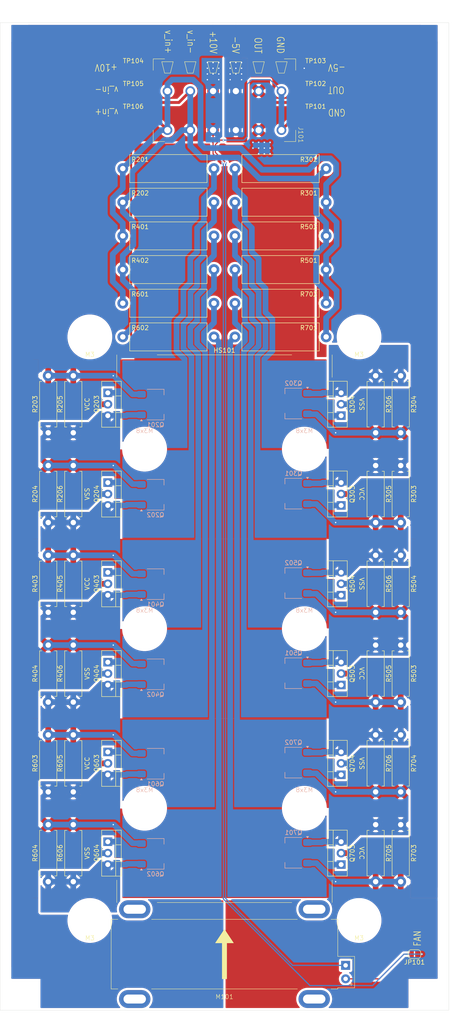
<source format=kicad_pcb>
(kicad_pcb (version 20240108) (generator "pcbnew") (generator_version "8.0")
  (layers (0 "F.Cu" mixed) (31 "B.Cu" mixed) (34 "B.Paste" user) (35 "F.Paste" user) (36 "B.SilkS" user "B.Silkscreen") (37 "F.SilkS" user "F.Silkscreen") (38 "B.Mask" user) (39 "F.Mask" user) (44 "Edge.Cuts" user))
  (net 0 "")
  (net 1 "/GND")
  (net 2 "/v_in+")
  (net 3 "/-5V")
  (net 4 "/v_out")
  (net 5 "/+10V")
  (net 6 "/v_in-")
  (net 7 "Net-(JP101-B)")
  (net 8 "Net-(Q201-B)")
  (net 9 "Net-(Q201-C)")
  (net 10 "Net-(Q202-B)")
  (net 11 "Net-(Q202-C)")
  (net 12 "Net-(Q301-C)")
  (net 13 "Net-(Q301-B)")
  (net 14 "Net-(Q302-C)")
  (net 15 "Net-(Q302-B)")
  (net 16 "Net-(Q401-C)")
  (net 17 "Net-(Q401-B)")
  (net 18 "Net-(Q402-C)")
  (net 19 "Net-(Q402-B)")
  (net 20 "Net-(Q501-C)")
  (net 21 "Net-(Q501-B)")
  (net 22 "Net-(Q502-B)")
  (net 23 "Net-(Q502-C)")
  (net 24 "Net-(Q601-C)")
  (net 25 "Net-(Q601-B)")
  (net 26 "Net-(Q602-B)")
  (net 27 "Net-(Q602-C)")
  (net 28 "Net-(Q701-C)")
  (net 29 "Net-(Q701-B)")
  (net 30 "Net-(Q702-C)")
  (net 31 "Net-(Q702-B)")
  (footprint "pss:R_Axial_DIN0617_L17.0mm_D6.0mm_P20.32mm_Horizontal" (layer "F.Cu") (at 62.34 82.5)
    (property "Reference" "R601")
    (property "Value" "22")
  )
  (footprint "pss:R_Axial_DIN0411_L9.9mm_D3.6mm_P12.70mm_Horizontal" (layer "F.Cu") (at 118.692 151.35 90)
    (property "Reference" "R506")
    (property "Value" "680m")
  )
  (footprint "pss:TO-220-3_Vertical" (layer "F.Cu") (at 111 187.54 90)
    (property "Reference" "Q704")
    (property "Value" "TIP42C")
  )
  (footprint "pss:R_Axial_DIN0617_L17.0mm_D6.0mm_P20.32mm_Horizontal" (layer "F.Cu") (at 107.66 82.5 180)
    (property "Reference" "R702")
    (property "Value" "22")
  )
  (footprint "pss:R_Axial_DIN0617_L17.0mm_D6.0mm_P20.32mm_Horizontal" (layer "F.Cu") (at 107.66 67.5 180)
    (property "Reference" "R502")
    (property "Value" "22")
  )
  (footprint "pss:R_Axial_DIN0617_L17.0mm_D6.0mm_P20.32mm_Horizontal" (layer "F.Cu") (at 107.66 75 180)
    (property "Reference" "R501")
    (property "Value" "22")
  )
  (footprint "pss:R_Axial_DIN0411_L9.9mm_D3.6mm_P12.70mm_Horizontal" (layer "F.Cu") (at 45.72 198.65 -90)
    (property "Reference" "R604")
    (property "Value" "680m")
  )
  (footprint "pss:R_Axial_DIN0411_L9.9mm_D3.6mm_P12.70mm_Horizontal" (layer "F.Cu") (at 51.308 158.65 -90)
    (property "Reference" "R406")
    (property "Value" "680m")
  )
  (footprint "pss:R_Axial_DIN0411_L9.9mm_D3.6mm_P12.70mm_Horizontal" (layer "F.Cu") (at 124.28 198.65 -90)
    (property "Reference" "R703")
    (property "Value" "680m")
  )
  (footprint "pss:R_Axial_DIN0411_L9.9mm_D3.6mm_P12.70mm_Horizontal" (layer "F.Cu") (at 45.72 118.65 -90)
    (property "Reference" "R204")
    (property "Value" "680m")
  )
  (footprint "pss:TO-220-3_Vertical" (layer "F.Cu") (at 59 142.46 -90)
    (property "Reference" "Q403")
    (property "Value" "TIP41C")
  )
  (footprint "pss:R_Axial_DIN0617_L17.0mm_D6.0mm_P20.32mm_Horizontal" (layer "F.Cu") (at 62.34 67.5)
    (property "Reference" "R401")
    (property "Value" "22")
  )
  (footprint "pss:R_Axial_DIN0617_L17.0mm_D6.0mm_P20.32mm_Horizontal" (layer "F.Cu") (at 62.34 52.5)
    (property "Reference" "R201")
    (property "Value" "22")
  )
  (footprint "pss:TO-220-3_Vertical" (layer "F.Cu") (at 111 107.54 90)
    (property "Reference" "Q304")
    (property "Value" "TIP42C")
  )
  (footprint "pss:R_Axial_DIN0411_L9.9mm_D3.6mm_P12.70mm_Horizontal" (layer "F.Cu") (at 45.72 158.65 -90)
    (property "Reference" "R404")
    (property "Value" "680m")
  )
  (footprint "pss:R_Axial_DIN0411_L9.9mm_D3.6mm_P12.70mm_Horizontal" (layer "F.Cu") (at 124.28 118.65 -90)
    (property "Reference" "R303")
    (property "Value" "680m")
  )
  (footprint "pss:MountingHole_2.8mm" (layer "F.Cu") (at 40.55 236.43)
    (property "Reference" "REF**" (hide yes))
    (property "Value" "MountingHole_2.8mm" (hide yes))
  )
  (footprint "pss:R_Axial_DIN0411_L9.9mm_D3.6mm_P12.70mm_Horizontal" (layer "F.Cu") (at 51.308 111.35 90)
    (property "Reference" "R205")
    (property "Value" "680m")
  )
  (footprint "pss:R_Axial_DIN0411_L9.9mm_D3.6mm_P12.70mm_Horizontal" (layer "F.Cu") (at 51.308 191.35 90)
    (property "Reference" "R605")
    (property "Value" "680m")
  )
  (footprint "pss:TP_0805_2012Metric" (layer "F.Cu") (at 64.68 35.24)
    (property "Reference" "TP105")
    (property "Value" "~")
  )
  (footprint "pss:R_Axial_DIN0411_L9.9mm_D3.6mm_P12.70mm_Horizontal" (layer "F.Cu") (at 124.28 151.35 90)
    (property "Reference" "R504")
    (property "Value" "680m")
  )
  (footprint "pss:TP_0805_2012Metric" (layer "F.Cu") (at 64.68 30.16)
    (property "Reference" "TP104")
    (property "Value" "~")
  )
  (footprint "pss:TO-220-3_Vertical" (layer "F.Cu") (at 59 102.46 -90)
    (property "Reference" "Q203")
    (property "Value" "TIP41C")
  )
  (footprint "pss:TP_0805_2012Metric" (layer "F.Cu") (at 105.32 40.32)
    (property "Reference" "TP101")
    (property "Value" "~")
  )
  (footprint "pss:R_Axial_DIN0411_L9.9mm_D3.6mm_P12.70mm_Horizontal" (layer "F.Cu") (at 118.692 198.65 -90)
    (property "Reference" "R705")
    (property "Value" "680m")
  )
  (footprint "pss:TP_0805_2012Metric" (layer "F.Cu") (at 64.68 40.32)
    (property "Reference" "TP106")
    (property "Value" "~")
  )
  (footprint "pss:MountingHole_3.2mm_M3" (layer "F.Cu") (at 55 220)
    (property "Reference" "REF**" (hide yes))
    (property "Value" "MountingHole_3.2mm_M3" (hide yes))
  )
  (footprint "pss:R_Axial_DIN0411_L9.9mm_D3.6mm_P12.70mm_Horizontal" (layer "F.Cu") (at 118.692 158.65 -90)
    (property "Reference" "R505")
    (property "Value" "680m")
  )
  (footprint "pss:TO-220-3_Vertical" (layer "F.Cu") (at 59 202.46 -90)
    (property "Reference" "Q604")
    (property "Value" "TIP42C")
  )
  (footprint "pss:R_Axial_DIN0617_L17.0mm_D6.0mm_P20.32mm_Horizontal" (layer "F.Cu") (at 107.66 52.5 180)
    (property "Reference" "R302")
    (property "Value" "22")
  )
  (footprint "pss:Fan_SameSky_CFM-5015V" (layer "F.Cu") (at 85 235 180)
    (property "Reference" "M101")
    (property "Value" "Fan")
  )
  (footprint "pss:PhoenixContact_TDPT_2,5_6-SP-5,08_1x06_P5.08mm_Horizontal" (layer "F.Cu") (at 97.7 43.94 180)
    (property "Reference" "J101")
    (property "Value" "Conn_01x06_Socket")
  )
  (footprint "pss:MountingHole_3.2mm_M3" (layer "F.Cu") (at 115 220)
    (property "Reference" "REF**" (hide yes))
    (property "Value" "MountingHole_3.2mm_M3" (hide yes))
  )
  (footprint "pss:TP_0805_2012Metric" (layer "F.Cu") (at 105.32 35.24)
    (property "Reference" "TP102")
    (property "Value" "~")
  )
  (footprint "pss:MountingHole_3.2mm_M3" (layer "F.Cu") (at 55 90)
    (property "Reference" "REF**" (hide yes))
    (property "Value" "MountingHole_3.2mm_M3" (hide yes))
  )
  (footprint "pss:R_Axial_DIN0411_L9.9mm_D3.6mm_P12.70mm_Horizontal" (layer "F.Cu") (at 118.692 118.65 -90)
    (property "Reference" "R305")
    (property "Value" "680m")
  )
  (footprint "pss:TO-220-3_Vertical" (layer "F.Cu") (at 59 182.46 -90)
    (property "Reference" "Q603")
    (property "Value" "TIP41C")
  )
  (footprint "pss:TO-220-3_Vertical" (layer "F.Cu") (at 111 167.54 90)
    (property "Reference" "Q503")
    (property "Value" "TIP41C")
  )
  (footprint "pss:TO-220-3_Vertical" (layer "F.Cu") (at 111 127.54 90)
    (property "Reference" "Q303")
    (property "Value" "TIP41C")
  )
  (footprint "pss:TO-220-3_Vertical" (layer "F.Cu") (at 59 122.46 -90)
    (property "Reference" "Q204")
    (property "Value" "TIP42C")
  )
  (footprint "pss:R_Axial_DIN0411_L9.9mm_D3.6mm_P12.70mm_Horizontal" (layer "F.Cu") (at 124.28 158.65 -90)
    (property "Reference" "R503")
    (property "Value" "680m")
  )
  (footprint "pss:R_Axial_DIN0411_L9.9mm_D3.6mm_P12.70mm_Horizontal" (layer "F.Cu") (at 45.72 191.35 90)
    (property "Reference" "R603")
    (property "Value" "680m")
  )
  (footprint "pss:TO-220-3_Vertical" (layer "F.Cu") (at 111 207.54 90)
    (property "Reference" "Q703")
    (property "Value" "TIP41C")
  )
  (footprint "pss:R_Axial_DIN0617_L17.0mm_D6.0mm_P20.32mm_Horizontal" (layer "F.Cu") (at 62.34 75)
    (property "Reference" "R402")
    (property "Value" "22")
  )
  (footprint "pss:R_Axial_DIN0411_L9.9mm_D3.6mm_P12.70mm_Horizontal" (layer "F.Cu") (at 51.308 198.65 -90)
    (property "Reference" "R606")
    (property "Value" "680m")
  )
  (footprint "pss:R_Axial_DIN0411_L9.9mm_D3.6mm_P12.70mm_Horizontal" (layer "F.Cu") (at 124.28 111.35 90)
    (property "Reference" "R304")
    (property "Value" "680m")
  )
  (footprint "pss:R_Axial_DIN0617_L17.0mm_D6.0mm_P20.32mm_Horizontal" (layer "F.Cu") (at 62.34 90)
    (property "Reference" "R602")
    (property "Value" "22")
  )
  (footprint "pss:R_Axial_DIN0617_L17.0mm_D6.0mm_P20.32mm_Horizontal" (layer "F.Cu") (at 62.34 60)
    (property "Reference" "R202")
    (property "Value" "22")
  )
  (footprint "pss:SolderJumper-2_P1.3mm_Bridged-Soldermask-Paste_RoundedPad1.0x1.5mm" (layer "F.Cu") (at 127.35 227.5 180)
    (property "Reference" "JP101")
    (property "Value" "SolderJumper_2_Bridged")
  )
  (footprint "pss:TO-220-3_Vertical" (layer "F.Cu") (at 59 162.46 -90)
    (property "Reference" "Q404")
    (property "Value" "TIP42C")
  )
  (footprint "pss:TO-220-3_Vertical" (layer "F.Cu") (at 111 147.54 90)
    (property "Reference" "Q504")
    (property "Value" "TIP42C")
  )
  (footprint "pss:TP_0805_2012Metric" (layer "F.Cu") (at 105.32 30.16)
    (property "Reference" "TP103")
    (property "Value" "~")
  )
  (footprint "pss:R_Axial_DIN0411_L9.9mm_D3.6mm_P12.70mm_Horizontal" (layer "F.Cu") (at 124.28 191.35 90)
    (property "Reference" "R704")
    (property "Value" "680m")
  )
  (footprint "pss:R_Axial_DIN0411_L9.9mm_D3.6mm_P12.70mm_Horizontal" (layer "F.Cu") (at 118.692 111.35 90)
    (property "Reference" "R306")
    (property "Value" "680m")
  )
  (footprint "pss:R_Axial_DIN0411_L9.9mm_D3.6mm_P12.70mm_Horizontal" (layer "F.Cu") (at 51.308 151.35 90)
    (property "Reference" "R405")
    (property "Value" "680m")
  )
  (footprint "pss:R_Axial_DIN0411_L9.9mm_D3.6mm_P12.70mm_Horizontal" (layer "F.Cu") (at 118.692 191.35 90)
    (property "Reference" "R706")
    (property "Value" "680m")
  )
  (footprint "pss:R_Axial_DIN0411_L9.9mm_D3.6mm_P12.70mm_Horizontal" (layer "F.Cu") (at 45.72 151.35 90)
    (property "Reference" "R403")
    (property "Value" "680m")
  )
  (footprint "pss:R_Axial_DIN0411_L9.9mm_D3.6mm_P12.70mm_Horizontal" (layer "F.Cu") (at 51.308 118.65 -90)
    (property "Reference" "R206")
    (property "Value" "680m")
  )
  (footprint "pss:R_Axial_DIN0617_L17.0mm_D6.0mm_P20.32mm_Horizontal" (layer "F.Cu") (at 107.66 90 180)
    (property "Reference" "R701")
    (property "Value" "22")
  )
  (footprint "pss:R_Axial_DIN0617_L17.0mm_D6.0mm_P20.32mm_Horizontal" (layer "F.Cu") (at 107.66 60 180)
    (property "Reference" "R301")
    (property "Value" "22")
  )
  (footprint "pss:MountingHole_3.2mm_M3" (layer "F.Cu") (at 115 90)
    (property "Reference" "REF**" (hide yes))
    (property "Value" "MountingHole_3.2mm_M3" (hide yes))
  )
  (footprint "pss:MountingHole_2.8mm" (layer "F.Cu") (at 129.45 236.43)
    (property "Reference" "REF**" (hide yes))
    (property "Value" "MountingHole_2.8mm" (hide yes))
  )
  (footprint "pss:R_Axial_DIN0411_L9.9mm_D3.6mm_P12.70mm_Horizontal" (layer "F.Cu") (at 45.72 111.35 90)
    (property "Reference" "R203")
    (property "Value" "680m")
  )
  (footprint "pss:Heatsink_Fischer_SK499-120_46x120mm_h33mm_Drill3.5mm_ScrewM3" (layer "F.Cu") (at 85 95)
    (property "Reference" "HS101")
    (property "Value" "SK499-120 SA" (hide yes))
  )
  (footprint "pss:SOT-223-3_TabPin2" (layer "B.Cu") (at 69.62 105.08)
    (property "Reference" "Q201")
    (property "Value" "DNLS350E")
  )
  (footprint "pss:SOT-223-3_TabPin2" (layer "B.Cu") (at 69.62 165.16)
    (property "Reference" "Q402")
    (property "Value" "DPLS350E")
  )
  (footprint "pss:SOT-223-3_TabPin2" (layer "B.Cu") (at 69.62 205.16)
    (property "Reference" "Q602")
    (property "Value" "DPLS350E")
  )
  (footprint "pss:SOT-223-3_TabPin2" (layer "B.Cu") (at 100.38 144.84 180)
    (property "Reference" "Q502")
    (property "Value" "DPLS350E")
  )
  (footprint "pss:SOT-223-3_TabPin2" (layer "B.Cu") (at 100.38 184.84 180)
    (property "Reference" "Q702")
    (property "Value" "DPLS350E")
  )
  (footprint "pss:SOT-223-3_TabPin2" (layer "B.Cu") (at 69.62 185.08)
    (property "Reference" "Q601")
    (property "Value" "DNLS350E")
  )
  (footprint "pss:SOT-223-3_TabPin2" (layer "B.Cu") (at 100.38 124.92 180)
    (property "Reference" "Q301")
    (property "Value" "DNLS350E")
  )
  (footprint "pss:SOT-223-3_TabPin2" (layer "B.Cu") (at 100.38 204.92 180)
    (property "Reference" "Q701")
    (property "Value" "DNLS350E")
  )
  (footprint "pss:SOT-223-3_TabPin2" (layer "B.Cu") (at 69.62 125.16)
    (property "Reference" "Q202")
    (property "Value" "DPLS350E")
  )
  (footprint "pss:SOT-223-3_TabPin2" (layer "B.Cu") (at 69.62 145.08)
    (property "Reference" "Q401")
    (property "Value" "DNLS350E")
  )
  (footprint "pss:SOT-223-3_TabPin2" (layer "B.Cu") (at 100.38 164.92 180)
    (property "Reference" "Q501")
    (property "Value" "DNLS350E")
  )
  (footprint "pss:SOT-223-3_TabPin2" (layer "B.Cu") (at 100.38 104.84 180)
    (property "Reference" "Q302")
    (property "Value" "DPLS350E")
  )
  (gr_rect (start 35 20) (end 135 240) (stroke (width 0.05)) (fill none) (layer "Edge.Cuts"))
  (gr_text "VSS" (at 115 145 -90) (layer "F.SilkS") (effects (font (size 1 1)) (justify bottom)))
  (gr_text "FAN" (at 128 224 90) (layer "F.SilkS") (effects (font (size 1.5494 1.27))))
  (gr_text "VCC" (at 55 145 90) (layer "F.SilkS") (effects (font (size 1 1)) (justify bottom)))
  (gr_text "VCC" (at 115 205 -90) (layer "F.SilkS") (effects (font (size 1 1)) (justify bottom)))
  (gr_text "VCC" (at 55 185 90) (layer "F.SilkS") (effects (font (size 1 1)) (justify bottom)))
  (gr_text "GND\n\nOUT\n\n-5V\n\n+10V\n\nv_in-\n\nv_in+" (at 85 27 270) (layer "F.SilkS") (effects (font (size 1.5494 1.27)) (justify right)))
  (gr_text "VSS" (at 55 205 90) (layer "F.SilkS") (effects (font (size 1 1)) (justify bottom)))
  (gr_text "VCC" (at 115 125 -90) (layer "F.SilkS") (effects (font (size 1 1)) (justify bottom)))
  (gr_text "v_in+\n\nv_in-\n\n+10V" (at 56 35 180) (layer "F.SilkS") (effects (font (size 1.5494 1.27)) (justify right)))
  (gr_text "VCC" (at 115 165 -90) (layer "F.SilkS") (effects (font (size 1 1)) (justify bottom)))
  (gr_text "VSS" (at 55 125 90) (layer "F.SilkS") (effects (font (size 1 1)) (justify bottom)))
  (gr_text "GND\n\nOUT\n\n-5V" (at 108 35 180) (layer "F.SilkS") (effects (font (size 1.5494 1.27)) (justify right)))
  (gr_text "VSS" (at 115 105 -90) (layer "F.SilkS") (effects (font (size 1 1)) (justify bottom)))
  (gr_text "VSS" (at 55 165 90) (layer "F.SilkS") (effects (font (size 1 1)) (justify bottom)))
  (gr_text "VCC" (at 55 105 90) (layer "F.SilkS") (effects (font (size 1 1)) (justify bottom)))
  (gr_text "VSS" (at 115 185 -90) (layer "F.SilkS") (effects (font (size 1 1)) (justify bottom)))
  (segment (start 85.264947 51.19442) (end 85.264947 51.236527) (width 0.254) (layer "F.Cu") (net 1))
  (segment (start 82.968 47.178) (end 82.968 48.897473) (width 0.254) (layer "F.Cu") (net 1))
  (segment (start 84.746 46.162) (end 83.984 46.162) (width 0.254) (layer "F.Cu") (net 1))
  (segment (start 83.984 46.162) (end 82.968 47.178) (width 0.254) (layer "F.Cu") (net 1))
  (segment (start 82.968 48.897473) (end 85.264947 51.19442) (width 0.254) (layer "F.Cu") (net 1))
  (segment (start 105.32 40.32) (end 101.32 40.32) (width 0.635) (layer "F.Cu") (net 1))
  (segment (start 101.32 40.32) (end 97.7 43.94) (width 0.635) (layer "F.Cu") (net 1))
  (via (at 85.264947 51.236527) (size 0.5) (drill 0.3) (layers "F.Cu" "B.Cu") (net 1))
  (via (at 84.746 46.162) (size 0.5) (drill 0.3) (layers "F.Cu" "B.Cu") (net 1))
  (segment (start 89.318 46.162) (end 90.08 45.4) (width 0.254) (layer "B.Cu") (net 1))
  (segment (start 85.254 52.258) (end 85.254 51.247474) (width 0.254) (layer "B.Cu") (net 1))
  (segment (start 90.08 33.716) (end 91.096 32.7) (width 0.254) (layer "B.Cu") (net 1))
  (segment (start 95.16 32.7) (end 97.7 35.24) (width 0.254) (layer "B.Cu") (net 1))
  (segment (start 84.746 46.162) (end 89.318 46.162) (width 0.254) (layer "B.Cu") (net 1))
  (segment (start 90.08 45.4) (end 90.08 33.716) (width 0.254) (layer "B.Cu") (net 1))
  (segment (start 85.254 51.247474) (end 85.264947 51.236527) (width 0.254) (layer "B.Cu") (net 1))
  (segment (start 100.182 230) (end 112 230) (width 0.254) (layer "B.Cu") (net 1))
  (segment (start 97.7 35.24) (end 97.7 43.94) (width 1.27) (layer "B.Cu") (net 1))
  (segment (start 85.254 52.258) (end 85.254 215.072) (width 0.254) (layer "B.Cu") (net 1))
  (segment (start 91.096 32.7) (end 95.16 32.7) (width 0.254) (layer "B.Cu") (net 1))
  (segment (start 85.254 215.072) (end 100.182 230) (width 0.254) (layer "B.Cu") (net 1))
  (segment (start 64.68 40.32) (end 68.68 40.32) (width 0.635) (layer "F.Cu") (net 2))
  (segment (start 68.68 40.32) (end 72.3 43.94) (width 0.635) (layer "F.Cu") (net 2))
  (segment (start 80.555 47.94) (end 88.556 47.94) (width 1.27) (layer "B.Cu") (net 2))
  (segment (start 93.382 52.766) (end 103.796 52.766) (width 1.27) (layer "B.Cu") (net 2))
  (segment (start 107.66 56.014) (end 107.66 60) (width 1.27) (layer "B.Cu") (net 2))
  (segment (start 109.9936 64.4576) (end 107.6536 62.1176) (width 1.27) (layer "B.Cu") (net 2))
  (segment (start 60.108 77.658) (end 60.108 71.562) (width 1.27) (layer "B.Cu") (net 2))
  (segment (start 62.34 79.89) (end 60.108 77.658) (width 1.27) (layer "B.Cu") (net 2))
  (segment (start 109.892 51.496) (end 109.892 53.782) (width 1.27) (layer "B.Cu") (net 2))
  (segment (start 73.316 32.7) (end 78.015 32.7) (width 1.27) (layer "B.Cu") (net 2))
  (segment (start 72.3 35.24) (end 72.3 33.716) (width 1.27) (layer "B.Cu") (net 2))
  (segment (start 62.34 64.65) (end 60.108 62.418) (width 1.27) (layer "B.Cu") (net 2))
  (segment (start 79.666 47.051) (end 80.555 47.94) (width 1.27) (layer "B.Cu") (net 2))
  (segment (start 109.9936 79.6976) (end 107.6536 77.3576) (width 1.27) (layer "B.Cu") (net 2))
  (segment (start 62.34 56.884) (end 62.34 52.5) (width 1.27) (layer "B.Cu") (net 2))
  (segment (start 60.108 71.562) (end 62.34 69.33) (width 1.27) (layer "B.Cu") (net 2))
  (segment (start 60.108 59.116) (end 62.34 56.884) (width 1.27) (layer "B.Cu") (net 2))
  (segment (start 72.3 43.94) (end 72.3 35.24) (width 1.27) (layer "B.Cu") (net 2))
  (segment (start 109.892 53.782) (end 107.66 56.014) (width 1.27) (layer "B.Cu") (net 2))
  (segment (start 62.34 52.5) (end 70.9 43.94) (width 1.27) (layer "B.Cu") (net 2))
  (segment (start 70.9 43.94) (end 72.3 43.94) (width 1.27) (layer "B.Cu") (net 2))
  (segment (start 62.34 69.33) (end 62.34 67.5) (width 1.27) (layer "B.Cu") (net 2))
  (segment (start 60.108 62.418) (end 60.108 59.116) (width 1.27) (layer "B.Cu") (net 2))
  (segment (start 78.015 32.7) (end 79.666 34.351) (width 1.27) (layer "B.Cu") (net 2))
  (segment (start 107.6536 90.0076) (end 107.6536 85.7384) (width 1.27) (layer "B.Cu") (net 2))
  (segment (start 107.6536 77.3576) (end 107.6536 71.8776) (width 1.27) (layer "B.Cu") (net 2))
  (segment (start 88.556 47.94) (end 93.382 52.766) (width 1.27) (layer "B.Cu") (net 2))
  (segment (start 108.622 50.226) (end 109.892 51.496) (width 1.27) (layer "B.Cu") (net 2))
  (segment (start 107.6536 60.0076) (end 107.8736 60.0076) (width 1.27) (layer "B.Cu") (net 2))
  (segment (start 103.796 52.766) (end 106.336 50.226) (width 1.27) (layer "B.Cu") (net 2))
  (segment (start 107.6536 85.7384) (end 109.9936 83.3984) (width 1.27) (layer "B.Cu") (net 2))
  (segment (start 62.34 82.5) (end 62.34 79.89) (width 1.27) (layer "B.Cu") (net 2))
  (segment (start 72.3 33.716) (end 73.316 32.7) (width 1.27) (layer "B.Cu") (net 2))
  (segment (start 106.336 50.226) (end 108.622 50.226) (width 1.27) (layer "B.Cu") (net 2))
  (segment (start 79.666 34.351) (end 79.666 47.051) (width 1.27) (layer "B.Cu") (net 2))
  (segment (start 62.34 67.5) (end 62.34 64.65) (width 1.27) (layer "B.Cu") (net 2))
  (segment (start 107.6536 71.8776) (end 109.9936 69.5376) (width 1.27) (layer "B.Cu") (net 2))
  (segment (start 109.9936 69.5376) (end 109.9936 64.4576) (width 1.27) (layer "B.Cu") (net 2))
  (segment (start 109.9936 83.3984) (end 109.9936 79.6976) (width 1.27) (layer "B.Cu") (net 2))
  (segment (start 107.6536 62.1176) (end 107.6536 60.0076) (width 1.27) (layer "B.Cu") (net 2))
  (segment (start 102.78 30.16) (end 105.32 30.16) (width 0.635) (layer "F.Cu") (net 3))
  (via (at 88.81 30.16) (size 0.5) (drill 0.3) (layers "F.Cu" "B.Cu") (net 3))
  (via (at 87.54 28.89) (size 0.5) (drill 0.3) (layers "F.Cu" "B.Cu") (net 3))
  (via (at 86.27 32.7) (size 0.5) (drill 0.3) (layers "F.Cu" "B.Cu") (net 3))
  (via (at 86.27 28.89) (size 0.5) (drill 0.3) (layers "F.Cu" "B.Cu") (net 3))
  (via (at 102.78 30.16) (size 0.5) (drill 0.3) (layers "F.Cu" "B.Cu") (net 3))
  (via (at 87.54 30.16) (size 0.5) (drill 0.3) (layers "F.Cu" "B.Cu") (net 3))
  (via (at 87.54 31.43) (size 0.5) (drill 0.3) (layers "F.Cu" "B.Cu") (net 3))
  (via (at 88.81 31.43) (size 0.5) (drill 0.3) (layers "F.Cu" "B.Cu") (net 3))
  (via (at 88.81 32.7) (size 0.5) (drill 0.3) (layers "F.Cu" "B.Cu") (net 3))
  (via (at 88.81 28.89) (size 0.5) (drill 0.3) (layers "F.Cu" "B.Cu") (net 3))
  (via (at 86.27 30.16) (size 0.5) (drill 0.3) (layers "F.Cu" "B.Cu") (net 3))
  (via (at 86.27 31.43) (size 0.5) (drill 0.3) (layers "F.Cu" "B.Cu") (net 3))
  (segment (start 59 205) (end 41 205) (width 1.27) (layer "B.Cu") (net 3))
  (segment (start 111 145) (end 129 145) (width 1.27) (layer "B.Cu") (net 3))
  (segment (start 87.54 22.9384) (end 41.4216 22.9384) (width 4.8768) (layer "B.Cu") (net 3))
  (segment (start 111 105) (end 129 105) (width 1.27) (layer "B.Cu") (net 3))
  (segment (start 111 185) (end 129 185) (width 1.27) (layer "B.Cu") (net 3))
  (segment (start 59 125) (end 41 125) (width 1.27) (layer "B.Cu") (net 3))
  (segment (start 130.0616 212.5) (end 130.0616 24.4216) (width 4.8768) (layer "B.Cu") (net 3))
  (segment (start 59 165) (end 41 165) (width 1.27) (layer "B.Cu") (net 3))
  (segment (start 39.9384 24.4216) (end 39.9384 230.312) (width 4.8768) (layer "B.Cu") (net 3))
  (segment (start 87.54 43.94) (end 87.54 22.9384) (width 2.54) (layer "B.Cu") (net 3))
  (segment (start 128.5784 22.9384) (end 87.54 22.9384) (width 4.8768) (layer "B.Cu") (net 3))
  (segment (start 130.0616 24.4216) (end 128.5784 22.9384) (width 4.8768) (layer "B.Cu") (net 3))
  (segment (start 41.4216 22.9384) (end 39.9384 24.4216) (width 4.8768) (layer "B.Cu") (net 3))
  (segment (start 62.16 138.65) (end 64.54 141.03) (width 1.27) (layer "F.Cu") (net 4))
  (segment (start 102.78 35.24) (end 100.24 37.78) (width 0.635) (layer "F.Cu") (net 4))
  (segment (start 107.84 211.35) (end 105.46 208.97) (width 1.27) (layer "F.Cu") (net 4))
  (segment (start 124.28 111.35) (end 124.247 111.317) (width 1.27) (layer "F.Cu") (net 4))
  (segment (start 64.54 181.03) (end 64.54 182.808) (width 1.27) (layer "F.Cu") (net 4))
  (segment (start 64.54 101.03) (end 64.54 102.808) (width 1.27) (layer "F.Cu") (net 4))
  (segment (start 124.28 191.35) (end 124.247 191.317) (width 1.27) (layer "F.Cu") (net 4))
  (segment (start 105.46 208.97) (end 105.46 207.192) (width 1.27) (layer "F.Cu") (net 4))
  (segment (start 64.54 161.096) (end 64.54 162.775) (width 1.27) (layer "F.Cu") (net 4))
  (segment (start 107.84 131.35) (end 105.46 128.97) (width 1.27) (layer "F.Cu") (net 4))
  (segment (start 124.28 171.35) (end 107.84 171.35) (width 1.27) (layer "F.Cu") (net 4))
  (segment (start 62.127 118.683) (end 64.54 121.096) (width 1.27) (layer "F.Cu") (net 4))
  (segment (start 124.247 151.317) (end 107.873 151.317) (width 1.27) (layer "F.Cu") (net 4))
  (segment (start 62.127 158.683) (end 64.54 161.096) (width 1.27) (layer "F.Cu") (net 4))
  (segment (start 124.28 131.35) (end 107.84 131.35) (width 1.27) (layer "F.Cu") (net 4))
  (segment (start 64.54 141.03) (end 64.54 142.808) (width 1.27) (layer "F.Cu") (net 4))
  (segment (start 45.753 158.683) (end 62.127 158.683) (width 1.27) (layer "F.Cu") (net 4))
  (segment (start 45.72 98.65) (end 62.16 98.65) (width 1.27) (layer "F.Cu") (net 4))
  (segment (start 95.16 37.78) (end 92.62 35.24) (width 0.635) (layer "F.Cu") (net 4))
  (segment (start 107.873 111.317) (end 105.46 108.904) (width 1.27) (layer "F.Cu") (net 4))
  (segment (start 105.46 148.904) (end 105.46 147.225) (width 1.27) (layer "F.Cu") (net 4))
  (segment (start 62.16 178.65) (end 64.54 181.03) (width 1.27) (layer "F.Cu") (net 4))
  (segment (start 105.32 35.24) (end 102.78 35.24) (width 0.635) (layer "F.Cu") (net 4))
  (segment (start 64.54 201.096) (end 64.54 202.775) (width 1.27) (layer "F.Cu") (net 4))
  (segment (start 100.24 37.78) (end 95.16 37.78) (width 0.635) (layer "F.Cu") (net 4))
  (segment (start 124.247 111.317) (end 107.873 111.317) (width 1.27) (layer "F.Cu") (net 4))
  (segment (start 107.84 171.35) (end 105.46 168.97) (width 1.27) (layer "F.Cu") (net 4))
  (segment (start 45.72 118.65) (end 45.753 118.683) (width 1.27) (layer "F.Cu") (net 4))
  (segment (start 45.72 158.65) (end 45.753 158.683) (width 1.27) (layer "F.Cu") (net 4))
  (segment (start 124.247 191.317) (end 107.873 191.317) (width 1.27) (layer "F.Cu") (net 4))
  (segment (start 105.46 168.97) (end 105.46 167.192) (width 1.27) (layer "F.Cu") (net 4))
  (segment (start 45.753 198.683) (end 62.127 198.683) (width 1.27) (layer "F.Cu") (net 4))
  (segment (start 45.72 198.65) (end 45.753 198.683) (width 1.27) (layer "F.Cu") (net 4))
  (segment (start 107.873 191.317) (end 105.46 188.904) (width 1.27) (layer "F.Cu") (net 4))
  (segment (start 45.72 178.65) (end 62.16 178.65) (width 1.27) (layer "F.Cu") (net 4))
  (segment (start 105.46 108.904) (end 105.46 107.225) (width 1.27) (layer "F.Cu") (net 4))
  (segment (start 105.46 128.97) (end 105.46 127.192) (width 1.27) (layer "F.Cu") (net 4))
  (segment (start 64.54 121.096) (end 64.54 122.775) (width 1.27) (layer "F.Cu") (net 4))
  (segment (start 124.28 211.35) (end 107.84 211.35) (width 1.27) (layer "F.Cu") (net 4))
  (segment (start 45.753 118.683) (end 62.127 118.683) (width 1.27) (layer "F.Cu") (net 4))
  (segment (start 45.72 138.65) (end 62.16 138.65) (width 1.27) (layer "F.Cu") (net 4))
  (segment (start 105.46 188.904) (end 105.46 187.225) (width 1.27) (layer "F.Cu") (net 4))
  (segment (start 124.28 151.35) (end 124.247 151.317) (width 1.27) (layer "F.Cu") (net 4))
  (segment (start 62.127 198.683) (end 64.54 201.096) (width 1.27) (layer "F.Cu") (net 4))
  (segment (start 107.873 151.317) (end 105.46 148.904) (width 1.27) (layer "F.Cu") (net 4))
  (segment (start 62.16 98.65) (end 64.54 101.03) (width 1.27) (layer "F.Cu") (net 4))
  (via (at 95.16 46.67) (size 0.5) (drill 0.3) (layers "F.Cu" "B.Cu") (net 4))
  (via (at 60.222 98.65) (size 0.5) (drill 0.3) (layers "F.Cu" "B.Cu") (net 4))
  (via (at 109.778 191.35) (size 0.5) (drill 0.3) (layers "F.Cu" "B.Cu") (net 4))
  (via (at 60.222 178.65) (size 0.5) (drill 0.3) (layers "F.Cu" "B.Cu") (net 4))
  (via (at 91.35 46.67) (size 0.5) (drill 0.3) (layers "F.Cu" "B.Cu") (net 4))
  (via (at 109.778 131.35) (size 0.5) (drill 0.3) (layers "F.Cu" "B.Cu") (net 4))
  (via (at 109.778 211.35) (size 0.5) (drill 0.3) (layers "F.Cu" "B.Cu") (net 4))
  (via (at 95.16 49.21) (size 0.5) (drill 0.3) (layers "F.Cu" "B.Cu") (net 4))
  (via (at 91.35 47.94) (size 0.5) (drill 0.3) (layers "F.Cu" "B.Cu") (net 4))
  (via (at 60.222 198.65) (size 0.5) (drill 0.3) (layers "F.Cu" "B.Cu") (net 4))
  (via (at 95.16 47.94) (size 0.5) (drill 0.3) (layers "F.Cu" "B.Cu") (net 4))
  (via (at 60.222 138.65) (size 0.5) (drill 0.3) (layers "F.Cu" "B.Cu") (net 4))
  (via (at 109.778 111.35) (size 0.5) (drill 0.3) (layers "F.Cu" "B.Cu") (net 4))
  (via (at 60.222 158.65) (size 0.5) (drill 0.3) (layers "F.Cu" "B.Cu") (net 4))
  (via (at 93.89 46.67) (size 0.5) (drill 0.3) (layers "F.Cu" "B.Cu") (net 4))
  (via (at 92.62 46.67) (size 0.5) (drill 0.3) (layers "F.Cu" "B.Cu") (net 4))
  (via (at 92.62 47.94) (size 0.5) (drill 0.3) (layers "F.Cu" "B.Cu") (net 4))
  (via (at 109.778 171.35) (size 0.5) (drill 0.3) (layers "F.Cu" "B.Cu") (net 4))
  (via (at 60.222 118.65) (size 0.5) (drill 0.3) (layers "F.Cu" "B.Cu") (net 4))
  (via (at 109.778 151.35) (size 0.5) (drill 0.3) (layers "F.Cu" "B.Cu") (net 4))
  (via (at 93.89 49.21) (size 0.5) (drill 0.3) (layers "F.Cu" "B.Cu") (net 4))
  (via (at 93.89 47.94) (size 0.5) (drill 0.3) (layers "F.Cu" "B.Cu") (net 4))
  (via (at 92.62 49.21) (size 0.5) (drill 0.3) (layers "F.Cu" "B.Cu") (net 4))
  (segment (start 45.72 118.65) (end 60.222 118.65) (width 1.27) (layer "B.Cu") (net 4))
  (segment (start 60.222 178.65) (end 60.382 178.65) (width 1.27) (layer "B.Cu") (net 4))
  (segment (start 109.778 151.35) (end 109.618 151.35) (width 1.27) (layer "B.Cu") (net 4))
  (segment (start 109.618 171.35) (end 105.488 167.22) (width 1.27) (layer "B.Cu") (net 4))
  (segment (start 45.72 158.65) (end 60.222 158.65) (width 1.27) (layer "B.Cu") (net 4))
  (segment (start 45.72 98.65) (end 51.308 98.65) (width 1.27) (layer "B.Cu") (net 4))
  (segment (start 109.618 191.35) (end 105.488 187.22) (width 1.27) (layer "B.Cu") (net 4))
  (segment (start 45.72 198.65) (end 60.222 198.65) (width 1.27) (layer "B.Cu") (net 4))
  (segment (start 45.72 138.65) (end 51.308 138.65) (width 1.27) (layer "B.Cu") (net 4))
  (segment (start 109.618 151.35) (end 105.488 147.22) (width 1.27) (layer "B.Cu") (net 4))
  (segment (start 103.53 127.22) (end 105.488 127.22) (width 1.27) (layer "B.Cu") (net 4))
  (segment (start 66.47 102.78) (end 64.512 102.78) (width 1.27) (layer "B.Cu") (net 4))
  (segment (start 60.382 178.65) (end 64.512 182.78) (width 1.27) (layer "B.Cu") (net 4))
  (segment (start 60.222 158.65) (end 60.382 158.65) (width 1.27) (layer "B.Cu") (net 4))
  (segment (start 60.222 198.65) (end 60.382 198.65) (width 1.27) (layer "B.Cu") (net 4))
  (segment (start 109.778 171.35) (end 109.618 171.35) (width 1.27) (layer "B.Cu") (net 4))
  (segment (start 60.382 98.65) (end 64.512 102.78) (width 1.27) (layer "B.Cu") (net 4))
  (segment (start 109.778 131.35) (end 109.618 131.35) (width 1.27) (layer "B.Cu") (net 4))
  (segment (start 124.28 191.35) (end 109.778 191.35) (width 1.27) (layer "B.Cu") (net 4))
  (segment (start 51.308 178.65) (end 60.222 178.65) (width 1.27) (layer "B.Cu") (net 4))
  (segment (start 124.28 151.35) (end 109.778 151.35) (width 1.27) (layer "B.Cu") (net 4))
  (segment (start 109.778 191.35) (end 109.618 191.35) (width 1.27) (layer "B.Cu") (net 4))
  (segment (start 109.618 211.35) (end 105.488 207.22) (width 1.27) (layer "B.Cu") (net 4))
  (segment (start 66.47 202.78) (end 64.512 202.78) (width 1.27) (layer "B.Cu") (net 4))
  (segment (start 60.382 158.65) (end 64.512 162.78) (width 1.27) (layer "B.Cu") (net 4))
  (segment (start 51.308 138.65) (end 60.222 138.65) (width 1.27) (layer "B.Cu") (net 4))
  (segment (start 66.47 142.78) (end 64.512 142.78) (width 1.27) (layer "B.Cu") (net 4))
  (segment (start 109.778 211.35) (end 109.618 211.35) (width 1.27) (layer "B.Cu") (net 4))
  (segment (start 51.308 98.65) (end 60.222 98.65) (width 1.27) (layer "B.Cu") (net 4))
  (segment (start 118.692 131.35) (end 109.778 131.35) (width 1.27) (layer "B.Cu") (net 4))
  (segment (start 103.53 147.22) (end 105.488 147.22) (width 1.27) (layer "B.Cu") (net 4))
  (segment (start 60.382 138.65) (end 64.512 142.78) (width 1.27) (layer "B.Cu") (net 4))
  (segment (start 124.28 171.35) (end 118.692 171.35) (width 1.27) (layer "B.Cu") (net 4))
  (segment (start 60.382 118.65) (end 64.512 122.78) (width 1.27) (layer "B.Cu") (net 4))
  (segment (start 103.53 187.22) (end 105.488 187.22) (width 1.27) (layer "B.Cu") (net 4))
  (segment (start 60.222 118.65) (end 60.382 118.65) (width 1.27) (layer "B.Cu") (net 4))
  (segment (start 124.28 131.35) (end 118.692 131.35) (width 1.27) (layer "B.Cu") (net 4))
  (segment (start 66.47 122.78) (end 64.512 122.78) (width 1.27) (layer "B.Cu") (net 4))
  (segment (start 118.692 171.35) (end 109.778 171.35) (width 1.27) (layer "B.Cu") (net 4))
  (segment (start 124.28 211.35) (end 118.692 211.35) (width 1.27) (layer "B.Cu") (net 4))
  (segment (start 66.47 182.78) (end 64.512 182.78) (width 1.27) (layer "B.Cu") (net 4))
  (segment (start 45.72 178.65) (end 51.308 178.65) (width 1.27) (layer "B.Cu") (net 4))
  (segment (start 60.382 198.65) (end 64.512 202.78) (width 1.27) (layer "B.Cu") (net 4))
  (segment (start 60.222 98.65) (end 60.382 98.65) (width 1.27) (layer "B.Cu") (net 4))
  (segment (start 103.53 207.22) (end 105.488 207.22) (width 1.27) (layer "B.Cu") (net 4))
  (segment (start 118.692 211.35) (end 109.778 211.35) (width 1.27) (layer "B.Cu") (net 4))
  (segment (start 60.222 138.65) (end 60.382 138.65) (width 1.27) (layer "B.Cu") (net 4))
  (segment (start 103.53 167.22) (end 105.488 167.22) (width 1.27) (layer "B.Cu") (net 4))
  (segment (start 103.53 107.22) (end 105.488 107.22) (width 1.27) (layer "B.Cu") (net 4))
  (segment (start 109.778 111.35) (end 109.618 111.35) (width 1.27) (layer "B.Cu") (net 4))
  (segment (start 124.28 111.35) (end 109.778 111.35) (width 1.27) (layer "B.Cu") (net 4))
  (segment (start 109.618 111.35) (end 105.488 107.22) (width 1.27) (layer "B.Cu") (net 4))
  (segment (start 66.47 162.78) (end 64.512 162.78) (width 1.27) (layer "B.Cu") (net 4))
  (segment (start 109.618 131.35) (end 105.488 127.22) (width 1.27) (layer "B.Cu") (net 4))
  (segment (start 84.492 51.242) (end 82.46 49.21) (width 0.254) (layer "F.Cu") (net 5))
  (segment (start 59 105) (end 41 105) (width 1.27) (layer "F.Cu") (net 5))
  (segment (start 82.46 22.9384) (end 41.4216 22.9384) (width 4.8768) (layer "F.Cu") (net 5))
  (segment (start 111 165) (end 129 165) (width 1.27) (layer "F.Cu") (net 5))
  (segment (start 41.4216 22.9384) (end 39.9384 24.4216) (width 4.8768) (layer "F.Cu") (net 5))
  (segment (start 128.5784 22.9384) (end 130.0616 24.4216) (width 4.8768) (layer "F.Cu") (net 5))
  (segment (start 59 185) (end 41 185) (width 1.27) (layer "F.Cu") (net 5))
  (segment (start 82.46 49.21) (end 82.46 43.94) (width 0.254) (layer "F.Cu") (net 5))
  (segment (start 39.9384 24.4216) (end 39.9384 230.312) (width 4.8768) (layer "F.Cu") (net 5))
  (segment (start 82.46 43.94) (end 82.46 35.24) (width 2.54) (layer "F.Cu") (net 5))
  (segment (start 111 125) (end 129 125) (width 1.27) (layer "F.Cu") (net 5))
  (segment (start 59 145) (end 41 145) (width 1.27) (layer "F.Cu") (net 5))
  (segment (start 130.0616 24.4216) (end 130.0616 212.5) (width 4.8768) (layer "F.Cu") (net 5))
  (segment (start 111 205) (end 129 205) (width 1.27) (layer "F.Cu") (net 5))
  (segment (start 82.46 22.9384) (end 128.5784 22.9384) (width 4.8768) (layer "F.Cu") (net 5))
  (segment (start 82.46 35.24) (end 82.46 22.9384) (width 2.54) (layer "F.Cu") (net 5))
  (segment (start 129 227.5) (end 128 227.5) (width 0.254) (layer "F.Cu") (net 5))
  (via (at 82.46 31.43) (size 0.5) (drill 0.3) (layers "F.Cu" "B.Cu") (net 5))
  (via (at 82.46 30.16) (size 0.5) (drill 0.3) (layers "F.Cu" "B.Cu") (net 5))
  (via (at 81.19 30.16) (size 0.5) (drill 0.3) (layers "F.Cu" "B.Cu") (net 5))
  (via (at 83.73 32.7) (size 0.5) (drill 0.3) (layers "F.Cu" "B.Cu") (net 5))
  (via (at 83.73 30.16) (size 0.5) (drill 0.3) (layers "F.Cu" "B.Cu") (net 5))
  (via (at 81.19 28.89) (size 0.5) (drill 0.3) (layers "F.Cu" "B.Cu") (net 5))
  (via (at 82.46 28.89) (size 0.5) (drill 0.3) (layers "F.Cu" "B.Cu") (net 5))
  (via (at 84.492 51.242) (size 0.5) (drill 0.3) (layers "F.Cu" "B.Cu") (net 5))
  (via (at 81.19 31.43) (size 0.5) (drill 0.3) (layers "F.Cu" "B.Cu") (net 5))
  (via (at 83.73 28.89) (size 0.5) (drill 0.3) (layers "F.Cu" "B.Cu") (net 5))
  (via (at 81.19 32.7) (size 0.5) (drill 0.3) (layers "F.Cu" "B.Cu") (net 5))
  (via (at 129 227.5) (size 0.5) (drill 0.3) (layers "F.Cu" "B.Cu") (net 5))
  (via (at 83.73 31.43) (size 0.5) (drill 0.3) (layers "F.Cu" "B.Cu") (net 5))
  (segment (start 84.746 52.512) (end 84.746 51.496) (width 0.254) (layer "B.Cu") (net 5))
  (segment (start 84.746 215) (end 84.746 215.210578) (width 0.254) (layer "B.Cu") (net 5))
  (segment (start 84.746 215.210578) (end 104.035422 234.5) (width 0.254) (layer "B.Cu") (net 5))
  (segment (start 104.035422 234.5) (end 118 234.5) (width 0.254) (layer "B.Cu") (net 5))
  (segment (start 118 234.5) (end 125 227.5) (width 0.254) (layer "B.Cu") (net 5))
  (segment (start 125 227.5) (end 129 227.5) (width 0.254) (layer "B.Cu") (net 5))
  (segment (start 84.746 215) (end 84.746 52.512) (width 0.254) (layer "B.Cu") (net 5))
  (segment (start 84.746 215.072) (end 84.746 215) (width 0.254) (layer "B.Cu") (net 5))
  (segment (start 84.746 51.496) (end 84.492 51.242) (width 0.254) (layer "B.Cu") (net 5))
  (segment (start 69.76 37.78) (end 74.84 37.78) (width 0.635) (layer "F.Cu") (net 6))
  (segment (start 64.68 35.24) (end 67.22 35.24) (width 0.635) (layer "F.Cu") (net 6))
  (segment (start 74.84 37.78) (end 77.38 35.24) (width 0.635) (layer "F.Cu") (net 6))
  (segment (start 67.22 35.24) (end 69.76 37.78) (width 0.635) (layer "F.Cu") (net 6))
  (segment (start 64.426 57.914) (end 64.426 53.274) (width 1.27) (layer "B.Cu") (net 6))
  (segment (start 64.68 69.53) (end 64.68 64.45) (width 1.27) (layer "B.Cu") (net 6))
  (segment (start 79.94478 50.0482) (end 88.1242 50.0482) (width 1.27) (layer "B.Cu") (net 6))
  (segment (start 104.304 54.7396) (end 105.4216 54.7396) (width 1.27) (layer "B.Cu") (net 6))
  (segment (start 107.6536 64.6576) (end 105.4216 62.4256) (width 1.27) (layer "B.Cu") (net 6))
  (segment (start 64.68 79.69) (end 62.34 77.35) (width 1.27) (layer "B.Cu") (net 6))
  (segment (start 105.4216 54.7396) (end 107.6536 52.5076) (width 1.27) (layer "B.Cu") (net 6))
  (segment (start 62.34 75) (end 62.34 71.87) (width 1.27) (layer "B.Cu") (net 6))
  (segment (start 62.34 60) (end 64.426 57.914) (width 1.27) (layer "B.Cu") (net 6))
  (segment (start 77.38 43.94) (end 77.38 35.24) (width 1.27) (layer "B.Cu") (net 6))
  (segment (start 105.4216 71.5696) (end 107.6536 69.3376) (width 1.27) (layer "B.Cu") (net 6))
  (segment (start 64.68 87.66) (end 64.68 79.69) (width 1.27) (layer "B.Cu") (net 6))
  (segment (start 73.316 46.162) (end 75.538 43.94) (width 1.27) (layer "B.Cu") (net 6))
  (segment (start 107.6536 67.5076) (end 107.6536 64.6576) (width 1.27) (layer "B.Cu") (net 6))
  (segment (start 107.6536 79.8976) (end 105.4216 77.6656) (width 1.27) (layer "B.Cu") (net 6))
  (segment (start 62.34 71.87) (end 64.68 69.53) (width 1.27) (layer "B.Cu") (net 6))
  (segment (start 107.6536 69.3376) (end 107.6536 67.5076) (width 1.27) (layer "B.Cu") (net 6))
  (segment (start 62.34 62.11) (end 62.34 60) (width 1.27) (layer "B.Cu") (net 6))
  (segment (start 105.4216 77.6656) (end 105.4216 71.5696) (width 1.27) (layer "B.Cu") (net 6))
  (segment (start 92.8156 54.7396) (end 104.304 54.7396) (width 1.27) (layer "B.Cu") (net 6))
  (segment (start 62.34 77.35) (end 62.34 75) (width 1.27) (layer "B.Cu") (net 6))
  (segment (start 88.1242 50.0482) (end 92.8156 54.7396) (width 1.27) (layer "B.Cu") (net 6))
  (segment (start 64.426 53.274) (end 71.538 46.162) (width 1.27) (layer "B.Cu") (net 6))
  (segment (start 64.68 64.45) (end 62.34 62.11) (width 1.27) (layer "B.Cu") (net 6))
  (segment (start 105.4216 62.4256) (end 105.4216 55.814) (width 1.27) (layer "B.Cu") (net 6))
  (segment (start 75.538 43.94) (end 77.38 43.94) (width 1.27) (layer "B.Cu") (net 6))
  (segment (start 77.38 47.48342) (end 79.94478 50.0482) (width 1.27) (layer "B.Cu") (net 6))
  (segment (start 107.6536 82.5076) (end 107.6536 79.8976) (width 1.27) (layer "B.Cu") (net 6))
  (segment (start 62.34 90) (end 64.68 87.66) (width 1.27) (layer "B.Cu") (net 6))
  (segment (start 71.538 46.162) (end 73.316 46.162) (width 1.27) (layer "B.Cu") (net 6))
  (segment (start 104.304 54.7396) (end 104.3472 54.7396) (width 1.27) (layer "B.Cu") (net 6))
  (segment (start 105.4216 55.814) (end 105.4216 54.7396) (width 1.27) (layer "B.Cu") (net 6))
  (segment (start 104.3472 54.7396) (end 105.4216 55.814) (width 1.27) (layer "B.Cu") (net 6))
  (segment (start 77.38 43.94) (end 77.38 47.48342) (width 1.27) (layer "B.Cu") (net 6))
  (segment (start 119.5 233) (end 125 227.5) (width 0.254) (layer "F.Cu") (net 7))
  (segment (start 112 233) (end 119.5 233) (width 0.254) (layer "F.Cu") (net 7))
  (segment (start 125 227.5) (end 126.7 227.5) (width 0.254) (layer "F.Cu") (net 7))
  (segment (start 45.72 111.35) (end 55.19 111.35) (width 1.27) (layer "B.Cu") (net 8))
  (segment (start 63.27 107.38) (end 66.47 107.38) (width 1.27) (layer "B.Cu") (net 8))
  (segment (start 63.11 107.54) (end 63.27 107.38) (width 1.27) (layer "B.Cu") (net 8))
  (segment (start 59 107.54) (end 63.11 107.54) (width 1.27) (layer "B.Cu") (net 8))
  (segment (start 59 107.54) (end 55.19 111.35) (width 1.27) (layer "B.Cu") (net 8))
  (segment (start 66.47 105.08) (end 72.77 105.08) (width 1.27) (layer "B.Cu") (net 9))
  (segment (start 75.856 85.024) (end 74.332 86.548) (width 1.27) (layer "B.Cu") (net 9))
  (segment (start 61.017 102.46) (end 59 102.46) (width 1.27) (layer "B.Cu") (net 9))
  (segment (start 80.428 59.116) (end 80.428 64.196) (width 1.27) (layer "B.Cu") (net 9))
  (segment (start 80.428 64.196) (end 78.904 65.72) (width 1.27) (layer "B.Cu") (net 9))
  (segment (start 78.904 71.054) (end 77.38 72.578) (width 1.27) (layer "B.Cu") (net 9))
  (segment (start 82.66 52.5) (end 82.66 56.884) (width 1.27) (layer "B.Cu") (net 9))
  (segment (start 77.38 72.578) (end 77.38 77.912) (width 1.27) (layer "B.Cu") (net 9))
  (segment (start 77.38 77.912) (end 75.856 79.436) (width 1.27) (layer "B.Cu") (net 9))
  (segment (start 74.332 86.548) (end 74.332 93.152) (width 1.27) (layer "B.Cu") (net 9))
  (segment (start 76.11 94.93) (end 76.11 106.741) (width 1.27) (layer "B.Cu") (net 9))
  (segment (start 74.332 93.152) (end 76.11 94.93) (width 1.27) (layer "B.Cu") (net 9))
  (segment (start 66.47 105.08) (end 63.637 105.08) (width 1.27) (layer "B.Cu") (net 9))
  (segment (start 82.66 56.884) (end 80.428 59.116) (width 1.27) (layer "B.Cu") (net 9))
  (segment (start 78.904 65.72) (end 78.904 71.054) (width 1.27) (layer "B.Cu") (net 9))
  (segment (start 75.856 79.436) (end 75.856 85.024) (width 1.27) (layer "B.Cu") (net 9))
  (segment (start 63.637 105.08) (end 61.017 102.46) (width 1.27) (layer "B.Cu") (net 9))
  (segment (start 59 127.54) (end 63.11 127.54) (width 1.27) (layer "B.Cu") (net 10))
  (segment (start 63.11 127.54) (end 63.27 127.38) (width 1.27) (layer "B.Cu") (net 10))
  (segment (start 45.72 131.35) (end 55.19 131.35) (width 1.27) (layer "B.Cu") (net 10))
  (segment (start 59 127.54) (end 55.19 131.35) (width 1.27) (layer "B.Cu") (net 10))
  (segment (start 63.27 127.38) (end 66.47 127.38) (width 1.27) (layer "B.Cu") (net 10))
  (segment (start 77.634 94.37058) (end 77.634 126.807) (width 1.27) (layer "B.Cu") (net 11))
  (segment (start 63.637 125.08) (end 61.017 122.46) (width 1.27) (layer "B.Cu") (net 11))
  (segment (start 66.47 125.08) (end 63.637 125.08) (width 1.27) (layer "B.Cu") (net 11))
  (segment (start 75.856 87.25858) (end 75.856 92.59258) (width 1.27) (layer "B.Cu") (net 11))
  (segment (start 78.904 73.34) (end 78.904 78.62258) (width 1.27) (layer "B.Cu") (net 11))
  (segment (start 75.856 92.59258) (end 77.634 94.37058) (width 1.27) (layer "B.Cu") (net 11))
  (segment (start 80.428 71.816) (end 78.904 73.34) (width 1.27) (layer "B.Cu") (net 11))
  (segment (start 77.4308 80.09578) (end 77.4308 85.68378) (width 1.27) (layer "B.Cu") (net 11))
  (segment (start 61.017 122.46) (end 59 122.46) (width 1.27) (layer "B.Cu") (net 11))
  (segment (start 77.4308 85.68378) (end 75.856 87.25858) (width 1.27) (layer "B.Cu") (net 11))
  (segment (start 80.428 66.482) (end 80.428 71.816) (width 1.27) (layer "B.Cu") (net 11))
  (segment (start 82.66 60) (end 82.66 64.25) (width 1.27) (layer "B.Cu") (net 11))
  (segment (start 78.904 78.62258) (end 77.4308 80.09578) (width 1.27) (layer "B.Cu") (net 11))
  (segment (start 82.66 64.25) (end 80.428 66.482) (width 1.27) (layer "B.Cu") (net 11))
  (segment (start 66.47 125.16) (end 72.77 125.16) (width 1.27) (layer "B.Cu") (net 11))
  (segment (start 94.144 92.54426) (end 92.366 94.32226) (width 1.27) (layer "B.Cu") (net 12))
  (segment (start 89.572 66.482) (end 89.572 71.816) (width 1.27) (layer "B.Cu") (net 12))
  (segment (start 94.144 86.802) (end 94.144 92.54426) (width 1.27) (layer "B.Cu") (net 12))
  (segment (start 91.096 73.34) (end 91.096 78.42) (width 1.27) (layer "B.Cu") (net 12))
  (segment (start 89.572 71.816) (end 91.096 73.34) (width 1.27) (layer "B.Cu") (net 12))
  (segment (start 103.53 124.92) (end 97.23 124.92) (width 1.27) (layer "B.Cu") (net 12))
  (segment (start 103.53 124.92) (end 106.363 124.92) (width 1.27) (layer "B.Cu") (net 12))
  (segment (start 87.34 60) (end 87.34 64.25) (width 1.27) (layer "B.Cu") (net 12))
  (segment (start 92.62 85.278) (end 94.144 86.802) (width 1.27) (layer "B.Cu") (net 12))
  (segment (start 92.366 94.32226) (end 92.366 126.553) (width 1.27) (layer "B.Cu") (net 12))
  (segment (start 87.34 64.25) (end 89.572 66.482) (width 1.27) (layer "B.Cu") (net 12))
  (segment (start 108.983 127.54) (end 111 127.54) (width 1.27) (layer "B.Cu") (net 12))
  (segment (start 92.62 79.944) (end 92.62 85.278) (width 1.27) (layer "B.Cu") (net 12))
  (segment (start 106.363 124.92) (end 108.983 127.54) (width 1.27) (layer "B.Cu") (net 12))
  (segment (start 91.096 78.42) (end 92.62 79.944) (width 1.27) (layer "B.Cu") (net 12))
  (segment (start 106.73 122.62) (end 103.53 122.62) (width 1.27) (layer "B.Cu") (net 13))
  (segment (start 111 122.46) (end 114.81 118.65) (width 1.27) (layer "B.Cu") (net 13))
  (segment (start 111 122.46) (end 106.89 122.46) (width 1.27) (layer "B.Cu") (net 13))
  (segment (start 106.89 122.46) (end 106.73 122.62) (width 1.27) (layer "B.Cu") (net 13))
  (segment (start 124.28 118.65) (end 114.81 118.65) (width 1.27) (layer "B.Cu") (net 13))
  (segment (start 91.096 65.72) (end 89.572 64.196) (width 1.27) (layer "B.Cu") (net 14))
  (segment (start 103.53 104.92) (end 106.363 104.92) (width 1.27) (layer "B.Cu") (net 14))
  (segment (start 89.572 59.116) (end 87.34 56.884) (width 1.27) (layer "B.Cu") (net 14))
  (segment (start 93.89 94.93) (end 95.668 93.152) (width 1.27) (layer "B.Cu") (net 14))
  (segment (start 95.668 93.152) (end 95.668 86.04) (width 1.27) (layer "B.Cu") (net 14))
  (segment (start 95.668 86.04) (end 94.144 84.516) (width 1.27) (layer "B.Cu") (net 14))
  (segment (start 94.144 79.182) (end 92.62 77.658) (width 1.27) (layer "B.Cu") (net 14))
  (segment (start 92.62 77.658) (end 92.62 72.578) (width 1.27) (layer "B.Cu") (net 14))
  (segment (start 94.144 84.516) (end 94.144 79.182) (width 1.27) (layer "B.Cu") (net 14))
  (segment (start 91.096 71.054) (end 91.096 65.72) (width 1.27) (layer "B.Cu") (net 14))
  (segment (start 106.363 104.92) (end 108.983 107.54) (width 1.27) (layer "B.Cu") (net 14))
  (segment (start 87.34 56.884) (end 87.34 52.5) (width 1.27) (layer "B.Cu") (net 14))
  (segment (start 92.62 72.578) (end 91.096 71.054) (width 1.27) (layer "B.Cu") (net 14))
  (segment (start 108.983 107.54) (end 111 107.54) (width 1.27) (layer "B.Cu") (net 14))
  (segment (start 103.53 104.84) (end 97.23 104.84) (width 1.27) (layer "B.Cu") (net 14))
  (segment (start 93.89 106.614) (end 93.89 94.93) (width 1.27) (layer "B.Cu") (net 14))
  (segment (start 89.572 64.196) (end 89.572 59.116) (width 1.27) (layer "B.Cu") (net 14))
  (segment (start 111 102.46) (end 106.89 102.46) (width 1.27) (layer "B.Cu") (net 15))
  (segment (start 111 102.46) (end 114.81 98.65) (width 1.27) (layer "B.Cu") (net 15))
  (segment (start 106.89 102.46) (end 106.73 102.62) (width 1.27) (layer "B.Cu") (net 15))
  (segment (start 106.73 102.62) (end 103.53 102.62) (width 1.27) (layer "B.Cu") (net 15))
  (segment (start 124.28 98.65) (end 114.81 98.65) (width 1.27) (layer "B.Cu") (net 15))
  (segment (start 79.158 93.81116) (end 79.158 146.746) (width 1.27) (layer "B.Cu") (net 16))
  (segment (start 66.47 145.08) (end 63.637 145.08) (width 1.27) (layer "B.Cu") (net 16))
  (segment (start 82.66 67.5) (end 82.66 71.87) (width 1.27) (layer "B.Cu") (net 16))
  (segment (start 80.428 79.309) (end 78.904 80.833) (width 1.27) (layer "B.Cu") (net 16))
  (segment (start 77.38 87.945) (end 77.38 92.03316) (width 1.27) (layer "B.Cu") (net 16))
  (segment (start 77.38 92.03316) (end 79.158 93.81116) (width 1.27) (layer "B.Cu") (net 16))
  (segment (start 80.428 74.102) (end 80.428 79.309) (width 1.27) (layer "B.Cu") (net 16))
  (segment (start 78.904 80.833) (end 78.904 86.421) (width 1.27) (layer "B.Cu") (net 16))
  (segment (start 63.637 145.08) (end 61.017 142.46) (width 1.27) (layer "B.Cu") (net 16))
  (segment (start 61.017 142.46) (end 59 142.46) (width 1.27) (layer "B.Cu") (net 16))
  (segment (start 66.47 145.08) (end 72.77 145.08) (width 1.27) (layer "B.Cu") (net 16))
  (segment (start 78.904 86.421) (end 77.38 87.945) (width 1.27) (layer "B.Cu") (net 16))
  (segment (start 82.66 71.87) (end 80.428 74.102) (width 1.27) (layer "B.Cu") (net 16))
  (segment (start 59 147.54) (end 63.11 147.54) (width 1.27) (layer "B.Cu") (net 17))
  (segment (start 59 147.54) (end 55.19 151.35) (width 1.27) (layer "B.Cu") (net 17))
  (segment (start 63.27 147.38) (end 66.47 147.38) (width 1.27) (layer "B.Cu") (net 17))
  (segment (start 45.72 151.35) (end 55.19 151.35) (width 1.27) (layer "B.Cu") (net 17))
  (segment (start 63.11 147.54) (end 63.27 147.38) (width 1.27) (layer "B.Cu") (net 17))
  (segment (start 82.66 79.236) (end 80.428 81.468) (width 1.27) (layer "B.Cu") (net 18))
  (segment (start 80.428 81.468) (end 80.428 87.00458) (width 1.27) (layer "B.Cu") (net 18))
  (segment (start 66.47 165.16) (end 72.77 165.16) (width 1.27) (layer "B.Cu") (net 18))
  (segment (start 80.428 87.00458) (end 78.904 88.52858) (width 1.27) (layer "B.Cu") (net 18))
  (segment (start 63.637 165.08) (end 61.017 162.46) (width 1.27) (layer "B.Cu") (net 18))
  (segment (start 78.904 88.52858) (end 78.904 91.47374) (width 1.27) (layer "B.Cu") (net 18))
  (segment (start 82.66 75) (end 82.66 79.236) (width 1.27) (layer "B.Cu") (net 18))
  (segment (start 78.904 91.47374) (end 80.682 93.25174) (width 1.27) (layer "B.Cu") (net 18))
  (segment (start 61.017 162.46) (end 59 162.46) (width 1.27) (layer "B.Cu") (net 18))
  (segment (start 66.47 165.08) (end 63.637 165.08) (width 1.27) (layer "B.Cu") (net 18))
  (segment (start 80.682 93.25174) (end 80.682 166.812) (width 1.27) (layer "B.Cu") (net 18))
  (segment (start 63.11 167.54) (end 63.27 167.38) (width 1.27) (layer "B.Cu") (net 19))
  (segment (start 45.72 171.35) (end 55.19 171.35) (width 1.27) (layer "B.Cu") (net 19))
  (segment (start 63.27 167.38) (end 66.47 167.38) (width 1.27) (layer "B.Cu") (net 19))
  (segment (start 59 167.54) (end 55.19 171.35) (width 1.27) (layer "B.Cu") (net 19))
  (segment (start 59 167.54) (end 63.11 167.54) (width 1.27) (layer "B.Cu") (net 19))
  (segment (start 91.096 88.326) (end 91.096 91.42542) (width 1.27) (layer "B.Cu") (net 20))
  (segment (start 103.53 164.92) (end 97.23 164.92) (width 1.27) (layer "B.Cu") (net 20))
  (segment (start 103.53 164.92) (end 106.363 164.92) (width 1.27) (layer "B.Cu") (net 20))
  (segment (start 91.096 91.42542) (end 89.318 93.20342) (width 1.27) (layer "B.Cu") (net 20))
  (segment (start 108.983 167.54) (end 111 167.54) (width 1.27) (layer "B.Cu") (net 20))
  (segment (start 106.363 164.92) (end 108.983 167.54) (width 1.27) (layer "B.Cu") (net 20))
  (segment (start 89.318 93.20342) (end 89.318 166.558) (width 1.27) (layer "B.Cu") (net 20))
  (segment (start 89.572 81.468) (end 89.572 86.802) (width 1.27) (layer "B.Cu") (net 20))
  (segment (start 89.572 86.802) (end 91.096 88.326) (width 1.27) (layer "B.Cu") (net 20))
  (segment (start 87.34 75) (end 87.34 79.236) (width 1.27) (layer "B.Cu") (net 20))
  (segment (start 87.34 79.236) (end 89.572 81.468) (width 1.27) (layer "B.Cu") (net 20))
  (segment (start 111 162.46) (end 106.89 162.46) (width 1.27) (layer "B.Cu") (net 21))
  (segment (start 106.89 162.46) (end 106.73 162.62) (width 1.27) (layer "B.Cu") (net 21))
  (segment (start 124.28 158.65) (end 114.81 158.65) (width 1.27) (layer "B.Cu") (net 21))
  (segment (start 106.73 162.62) (end 103.53 162.62) (width 1.27) (layer "B.Cu") (net 21))
  (segment (start 111 162.46) (end 114.81 158.65) (width 1.27) (layer "B.Cu") (net 21))
  (segment (start 124.28 138.65) (end 114.81 138.65) (width 1.27) (layer "B.Cu") (net 22))
  (segment (start 111 142.46) (end 114.81 138.65) (width 1.27) (layer "B.Cu") (net 22))
  (segment (start 106.89 142.46) (end 106.73 142.62) (width 1.27) (layer "B.Cu") (net 22))
  (segment (start 111 142.46) (end 106.89 142.46) (width 1.27) (layer "B.Cu") (net 22))
  (segment (start 106.73 142.62) (end 103.53 142.62) (width 1.27) (layer "B.Cu") (net 22))
  (segment (start 87.34 71.87) (end 89.572 74.102) (width 1.27) (layer "B.Cu") (net 23))
  (segment (start 92.62 91.98484) (end 90.842 93.76284) (width 1.27) (layer "B.Cu") (net 23))
  (segment (start 91.096 86.04) (end 92.62 87.564) (width 1.27) (layer "B.Cu") (net 23))
  (segment (start 103.53 144.92) (end 106.363 144.92) (width 1.27) (layer "B.Cu") (net 23))
  (segment (start 89.572 74.102) (end 89.572 79.182) (width 1.27) (layer "B.Cu") (net 23))
  (segment (start 108.983 147.54) (end 111 147.54) (width 1.27) (layer "B.Cu") (net 23))
  (segment (start 91.096 80.706) (end 91.096 86.04) (width 1.27) (layer "B.Cu") (net 23))
  (segment (start 89.572 79.182) (end 91.096 80.706) (width 1.27) (layer "B.Cu") (net 23))
  (segment (start 106.363 144.92) (end 108.983 147.54) (width 1.27) (layer "B.Cu") (net 23))
  (segment (start 103.53 144.84) (end 97.23 144.84) (width 1.27) (layer "B.Cu") (net 23))
  (segment (start 87.34 67.5) (end 87.34 71.87) (width 1.27) (layer "B.Cu") (net 23))
  (segment (start 92.62 87.564) (end 92.62 91.98484) (width 1.27) (layer "B.Cu") (net 23))
  (segment (start 90.842 93.76284) (end 90.842 146.492) (width 1.27) (layer "B.Cu") (net 23))
  (segment (start 66.47 185.08) (end 72.77 185.08) (width 1.27) (layer "B.Cu") (net 24))
  (segment (start 82.206 186.751) (end 82.206 92.644) (width 1.27) (layer "B.Cu") (net 24))
  (segment (start 80.428 90.866) (end 80.428 89.088) (width 1.27) (layer "B.Cu") (net 24))
  (segment (start 82.206 92.644) (end 80.428 90.866) (width 1.27) (layer "B.Cu") (net 24))
  (segment (start 63.637 185.08) (end 61.017 182.46) (width 1.27) (layer "B.Cu") (net 24))
  (segment (start 66.47 185.08) (end 63.637 185.08) (width 1.27) (layer "B.Cu") (net 24))
  (segment (start 82.66 86.856) (end 82.66 82.5) (width 1.27) (layer "B.Cu") (net 24))
  (segment (start 80.428 89.088) (end 82.66 86.856) (width 1.27) (layer "B.Cu") (net 24))
  (segment (start 61.017 182.46) (end 59 182.46) (width 1.27) (layer "B.Cu") (net 24))
  (segment (start 63.11 187.54) (end 63.27 187.38) (width 1.27) (layer "B.Cu") (net 25))
  (segment (start 59 187.54) (end 63.11 187.54) (width 1.27) (layer "B.Cu") (net 25))
  (segment (start 63.27 187.38) (end 66.47 187.38) (width 1.27) (layer "B.Cu") (net 25))
  (segment (start 45.72 191.35) (end 55.19 191.35) (width 1.27) (layer "B.Cu") (net 25))
  (segment (start 59 187.54) (end 55.19 191.35) (width 1.27) (layer "B.Cu") (net 25))
  (segment (start 59 207.54) (end 55.19 211.35) (width 1.27) (layer "B.Cu") (net 26))
  (segment (start 63.27 207.38) (end 66.47 207.38) (width 1.27) (layer "B.Cu") (net 26))
  (segment (start 45.72 211.35) (end 55.19 211.35) (width 1.27) (layer "B.Cu") (net 26))
  (segment (start 63.11 207.54) (end 63.27 207.38) (width 1.27) (layer "B.Cu") (net 26))
  (segment (start 59 207.54) (end 63.11 207.54) (width 1.27) (layer "B.Cu") (net 26))
  (segment (start 63.637 205.08) (end 61.017 202.46) (width 1.27) (layer "B.Cu") (net 27))
  (segment (start 83.73 91.07) (end 82.66 90) (width 1.27) (layer "B.Cu") (net 27))
  (segment (start 83.73 205.166) (end 83.73 91.07) (width 1.27) (layer "B.Cu") (net 27))
  (segment (start 66.47 205.16) (end 72.77 205.16) (width 1.27) (layer "B.Cu") (net 27))
  (segment (start 66.47 205.08) (end 63.637 205.08) (width 1.27) (layer "B.Cu") (net 27))
  (segment (start 61.017 202.46) (end 59 202.46) (width 1.27) (layer "B.Cu") (net 27))
  (segment (start 103.53 204.92) (end 106.363 204.92) (width 1.27) (layer "B.Cu") (net 28))
  (segment (start 86.27 91.07) (end 87.34 90) (width 1.27) (layer "B.Cu") (net 28))
  (segment (start 106.363 204.92) (end 108.983 207.54) (width 1.27) (layer "B.Cu") (net 28))
  (segment (start 108.983 207.54) (end 111 207.54) (width 1.27) (layer "B.Cu") (net 28))
  (segment (start 86.27 204.912) (end 86.27 91.07) (width 1.27) (layer "B.Cu") (net 28))
  (segment (start 103.53 204.92) (end 97.23 204.92) (width 1.27) (layer "B.Cu") (net 28))
  (segment (start 111 202.46) (end 106.89 202.46) (width 1.27) (layer "B.Cu") (net 29))
  (segment (start 106.89 202.46) (end 106.73 202.62) (width 1.27) (layer "B.Cu") (net 29))
  (segment (start 106.73 202.62) (end 103.53 202.62) (width 1.27) (layer "B.Cu") (net 29))
  (segment (start 111 202.46) (end 114.81 198.65) (width 1.27) (layer "B.Cu") (net 29))
  (segment (start 124.28 198.65) (end 114.81 198.65) (width 1.27) (layer "B.Cu") (net 29))
  (segment (start 87.794 92.644) (end 87.794 186.497) (width 1.27) (layer "B.Cu") (net 30))
  (segment (start 103.53 184.92) (end 106.363 184.92) (width 1.27) (layer "B.Cu") (net 30))
  (segment (start 106.363 184.92) (end 108.983 187.54) (width 1.27) (layer "B.Cu") (net 30))
  (segment (start 108.983 187.54) (end 111 187.54) (width 1.27) (layer "B.Cu") (net 30))
  (segment (start 103.53 184.84) (end 97.23 184.84) (width 1.27) (layer "B.Cu") (net 30))
  (segment (start 89.572 89.088) (end 89.572 90.866) (width 1.27) (layer "B.Cu") (net 30))
  (segment (start 87.34 86.856) (end 89.572 89.088) (width 1.27) (layer "B.Cu") (net 30))
  (segment (start 87.34 82.5) (end 87.34 86.856) (width 1.27) (layer "B.Cu") (net 30))
  (segment (start 89.572 90.866) (end 87.794 92.644) (width 1.27) (layer "B.Cu") (net 30))
  (segment (start 124.28 178.65) (end 114.81 178.65) (width 1.27) (layer "B.Cu") (net 31))
  (segment (start 111 182.46) (end 114.81 178.65) (width 1.27) (layer "B.Cu") (net 31))
  (segment (start 106.89 182.46) (end 106.73 182.62) (width 1.27) (layer "B.Cu") (net 31))
  (segment (start 111 182.46) (end 106.89 182.46) (width 1.27) (layer "B.Cu") (net 31))
  (segment (start 106.73 182.62) (end 103.53 182.62) (width 1.27) (layer "B.Cu") (net 31))
  (zone (net 4) (net_name "/v_out") (layer "F.Cu") (priority 110) (connect_pads (clearance 0.508)) (min_thickness 0.254) (fill yes (thermal_gap 0.508) (thermal_bridge_width 1.27))
    (polygon (pts (xy 107.746 135) (xy 85 135) (xy 85 95) (xy 107.746 95)))
  )
  (zone (net 4) (net_name "/v_out") (layer "F.Cu") (priority 110) (connect_pads (clearance 0.508)) (min_thickness 0.254) (fill yes (thermal_gap 0.508) (thermal_bridge_width 1.27))
    (polygon (pts (xy 107.746 175) (xy 85 175) (xy 85 135) (xy 107.746 135)))
  )
  (zone (net 4) (net_name "/v_out") (layer "F.Cu") (priority 90) (connect_pads (clearance 0.508)) (min_thickness 0.254) (fill yes (thermal_gap 0.508) (thermal_bridge_width 1.27))
    (polygon (pts (xy 44.008 175) (xy 62.254 175) (xy 62.254 181) (xy 62.254 186.016) (xy 60.476 186.016) (xy 60.476 181) (xy 44.008 181)))
  )
  (zone (net 4) (net_name "/v_out") (layer "F.Cu") (priority 90) (connect_pads (clearance 0.508)) (min_thickness 0.254) (fill yes (thermal_gap 0.508) (thermal_bridge_width 1.27))
    (polygon (pts (xy 125.992 215) (xy 107.746 215) (xy 107.746 209) (xy 107.746 203.984) (xy 109.524 203.984) (xy 109.524 209) (xy 125.992 209)))
  )
  (zone (net 4) (net_name "/v_out") (layer "F.Cu") (priority 110) (connect_pads (clearance 0.508)) (min_thickness 0.254) (fill yes (thermal_gap 0.508) (thermal_bridge_width 1.27))
    (polygon (pts (xy 107.746 215) (xy 85 215) (xy 85 175) (xy 107.746 175)))
  )
  (zone (net 0) (net_name "") (layer "F.Cu") (connect_pads (clearance 0)) (min_thickness 0.254)
    (keepout (tracks allowed) (vias allowed) (pads allowed) (copperpour not_allowed) (footprints allowed))
    (fill (thermal_gap 0.508) (thermal_bridge_width 1.27))
    (polygon (pts (xy 135 215) (xy 135 215.5) (xy 84.75 215.5) (xy 84.75 215)))
  )
  (zone (net 4) (net_name "/v_out") (layer "F.Cu") (priority 90) (connect_pads (clearance 0.508)) (min_thickness 0.254) (fill yes (thermal_gap 0.508) (thermal_bridge_width 1.27))
    (polygon (pts (xy 44.008 115.066) (xy 62.254 115.066) (xy 62.254 121.066) (xy 62.254 126.082) (xy 60.476 126.082) (xy 60.476 121.066) (xy 44.008 121.066)))
  )
  (zone (net 4) (net_name "/v_out") (layer "F.Cu") (priority 110) (connect_pads (clearance 0.508)) (min_thickness 0.254) (fill yes (thermal_gap 0.508) (thermal_bridge_width 1.27))
    (polygon (pts (xy 62.254 175) (xy 85 175) (xy 85 215) (xy 62.254 215)))
  )
  (zone (net 4) (net_name "/v_out") (layer "F.Cu") (priority 110) (connect_pads (clearance 0.508)) (min_thickness 0.254) (fill yes (thermal_gap 0.508) (thermal_bridge_width 1.27))
    (polygon (pts (xy 64.934 95.184) (xy 105.066 95.184) (xy 105.066 46.924) (xy 96.684 46.924) (xy 95.16 45.4) (xy 95.16 32.7) (xy 90.08 32.7) (xy 90.08 45.4) (xy 88.556 46.924) (xy 64.934 46.924)))
  )
  (zone (net 5) (net_name "/+10V") (layer "F.Cu") (priority 100) (connect_pads (clearance 0.508)) (min_thickness 0.254) (fill yes (thermal_gap 0.508) (thermal_bridge_width 1.27))
    (polygon (pts (xy 132.5 175) (xy 126.5 175) (xy 126.5 135) (xy 132.5 135)))
  )
  (zone (net 5) (net_name "/+10V") (layer "F.Cu") (priority 100) (connect_pads (clearance 0.508)) (min_thickness 0.254) (fill yes (thermal_gap 0.508) (thermal_bridge_width 1.27))
    (polygon (pts (xy 132.5 135) (xy 126.5 135) (xy 126.5 95) (xy 132.5 95)))
  )
  (zone (net 5) (net_name "/+10V") (layer "F.Cu") (priority 100) (connect_pads (clearance 0.508)) (min_thickness 0.254) (fill yes (thermal_gap 0.508) (thermal_bridge_width 1.27))
    (polygon (pts (xy 37.5 135) (xy 43.5 135) (xy 43.5 175) (xy 37.5 175)))
  )
  (zone (net 5) (net_name "/+10V") (layer "F.Cu") (priority 100) (connect_pads (clearance 0.508)) (min_thickness 0.254) (fill yes (thermal_gap 0.508) (thermal_bridge_width 1.27))
    (polygon (pts (xy 37.5 175) (xy 43.5 175) (xy 43.5 215) (xy 37.5 215)))
  )
  (zone (net 4) (net_name "/v_out") (layer "F.Cu") (priority 90) (connect_pads (clearance 0.508)) (min_thickness 0.254) (fill yes (thermal_gap 0.508) (thermal_bridge_width 1.27))
    (polygon (pts (xy 44.008 95) (xy 62.254 95) (xy 62.254 101) (xy 62.254 106.016) (xy 60.476 106.016) (xy 60.476 101) (xy 44.008 101)))
  )
  (zone (net 4) (net_name "/v_out") (layer "F.Cu") (priority 90) (connect_pads (clearance 0.508)) (min_thickness 0.254) (fill yes (thermal_gap 0.508) (thermal_bridge_width 1.27))
    (polygon (pts (xy 125.992 194.934) (xy 107.746 194.934) (xy 107.746 188.934) (xy 107.746 183.918) (xy 109.524 183.918) (xy 109.524 188.934) (xy 125.992 188.934)))
  )
  (zone (net 4) (net_name "/v_out") (layer "F.Cu") (priority 90) (connect_pads (clearance 0.508)) (min_thickness 0.254) (fill yes (thermal_gap 0.508) (thermal_bridge_width 1.27))
    (polygon (pts (xy 125.992 135) (xy 107.746 135) (xy 107.746 129) (xy 107.746 123.984) (xy 109.524 123.984) (xy 109.524 129) (xy 125.992 129)))
  )
  (zone (net 4) (net_name "/v_out") (layer "F.Cu") (priority 90) (connect_pads (clearance 0.508)) (min_thickness 0.254) (fill yes (thermal_gap 0.508) (thermal_bridge_width 1.27))
    (polygon (pts (xy 125.992 175) (xy 107.746 175) (xy 107.746 169) (xy 107.746 163.984) (xy 109.524 163.984) (xy 109.524 169) (xy 125.992 169)))
  )
  (zone (net 4) (net_name "/v_out") (layer "F.Cu") (priority 90) (connect_pads (clearance 0.508)) (min_thickness 0.254) (fill yes (thermal_gap 0.508) (thermal_bridge_width 1.27))
    (polygon (pts (xy 44.008 135) (xy 62.254 135) (xy 62.254 141) (xy 62.254 146.016) (xy 60.476 146.016) (xy 60.476 141) (xy 44.008 141)))
  )
  (zone (net 5) (net_name "/+10V") (layer "F.Cu") (priority 20) (connect_pads (clearance 0.508)) (min_thickness 0.254) (fill yes (thermal_gap 0.508) (thermal_bridge_width 1.27))
    (polygon (pts (xy 35 240) (xy 135 240) (xy 135 20) (xy 35 20)))
  )
  (zone (net 5) (net_name "/+10V") (layer "F.Cu") (priority 100) (connect_pads (clearance 0.508)) (min_thickness 0.254) (fill yes (thermal_gap 0.508) (thermal_bridge_width 1.27))
    (polygon (pts (xy 132.5 215) (xy 126.5 215) (xy 126.5 175) (xy 132.5 175)))
  )
  (zone (net 4) (net_name "/v_out") (layer "F.Cu") (priority 90) (connect_pads (clearance 0.508)) (min_thickness 0.254) (fill yes (thermal_gap 0.508) (thermal_bridge_width 1.27))
    (polygon (pts (xy 125.992 114.934) (xy 107.746 114.934) (xy 107.746 108.934) (xy 107.746 103.918) (xy 109.524 103.918) (xy 109.524 108.934) (xy 125.992 108.934)))
  )
  (zone (net 4) (net_name "/v_out") (layer "F.Cu") (priority 110) (connect_pads (clearance 0.508)) (min_thickness 0.254) (fill yes (thermal_gap 0.508) (thermal_bridge_width 1.27))
    (polygon (pts (xy 62.254 95) (xy 85 95) (xy 85 135) (xy 62.254 135)))
  )
  (zone (net 4) (net_name "/v_out") (layer "F.Cu") (priority 110) (connect_pads (clearance 0.508)) (min_thickness 0.254) (fill yes (thermal_gap 0.508) (thermal_bridge_width 1.27))
    (polygon (pts (xy 62.254 135) (xy 85 135) (xy 85 175) (xy 62.254 175)))
  )
  (zone (net 4) (net_name "/v_out") (layer "F.Cu") (priority 90) (connect_pads (clearance 0.508)) (min_thickness 0.254) (fill yes (thermal_gap 0.508) (thermal_bridge_width 1.27))
    (polygon (pts (xy 44.008 155.066) (xy 62.254 155.066) (xy 62.254 161.066) (xy 62.254 166.082) (xy 60.476 166.082) (xy 60.476 161.066) (xy 44.008 161.066)))
  )
  (zone (net 5) (net_name "/+10V") (layer "F.Cu") (priority 100) (connect_pads (clearance 0.508)) (min_thickness 0.254) (fill yes (thermal_gap 0.508) (thermal_bridge_width 1.27))
    (polygon (pts (xy 37.5 95) (xy 43.5 95) (xy 43.5 135) (xy 37.5 135)))
  )
  (zone (net 4) (net_name "/v_out") (layer "F.Cu") (priority 90) (connect_pads (clearance 0.508)) (min_thickness 0.254) (fill yes (thermal_gap 0.508) (thermal_bridge_width 1.27))
    (polygon (pts (xy 44.008 195.066) (xy 62.254 195.066) (xy 62.254 201.066) (xy 62.254 206.082) (xy 60.476 206.082) (xy 60.476 201.066) (xy 44.008 201.066)))
  )
  (zone (net 4) (net_name "/v_out") (layer "F.Cu") (priority 90) (connect_pads (clearance 0.508)) (min_thickness 0.254) (fill yes (thermal_gap 0.508) (thermal_bridge_width 1.27))
    (polygon (pts (xy 125.992 154.934) (xy 107.746 154.934) (xy 107.746 148.934) (xy 107.746 143.918) (xy 109.524 143.918) (xy 109.524 148.934) (xy 125.992 148.934)))
  )
  (zone (net 5) (net_name "/+10V") (layers "F&B.Cu") (priority 110) (connect_pads (clearance 0.508)) (min_thickness 0.254) (fill yes (thermal_gap 0.508) (thermal_bridge_width 1.27))
    (polygon (pts (xy 79.92 46.67) (xy 85 46.67) (xy 85 27.874) (xy 79.92 27.874)))
  )
  (zone (net 17) (net_name "Net-(Q401-B)") (layers "F&B.Cu") (priority 80) (connect_pads (clearance 0.508)) (min_thickness 0.254) (fill yes (thermal_gap 0.508) (thermal_bridge_width 1.27))
    (polygon (pts (xy 44.008 149) (xy 54.746 149) (xy 57.246 146.5) (xy 61.746 146.524) (xy 61.746 158.462) (xy 44.008 158.462)))
  )
  (zone (net 8) (net_name "Net-(Q201-B)") (layers "F&B.Cu") (priority 80) (connect_pads (clearance 0.508)) (min_thickness 0.254) (fill yes (thermal_gap 0.508) (thermal_bridge_width 1.27))
    (polygon (pts (xy 44.008 109) (xy 54.746 109) (xy 57.246 106.5) (xy 61.746 106.524) (xy 61.746 118.462) (xy 44.008 118.462)))
  )
  (zone (net 0) (net_name "") (layers "F&B.Cu") (connect_pads (clearance 0)) (min_thickness 0.254)
    (keepout (tracks allowed) (vias allowed) (pads allowed) (copperpour not_allowed) (footprints allowed))
    (fill (thermal_gap 0.508) (thermal_bridge_width 1.27))
    (polygon (pts (xy 44.008 179.5) (xy 43.508 179) (xy 43.5 178.25) (xy 44.016 177.75)))
  )
  (zone (net 0) (net_name "") (layers "F&B.Cu") (connect_pads (clearance 0)) (min_thickness 0.254)
    (keepout (tracks allowed) (vias allowed) (pads allowed) (copperpour not_allowed) (footprints allowed))
    (fill (thermal_gap 0.508) (thermal_bridge_width 1.27))
    (polygon (pts (xy 126 175) (xy 126.5 175) (xy 126.5 181) (xy 125.992 181) (xy 125.992 175.008)))
  )
  (zone (net 0) (net_name "") (layers "F&B.Cu") (connect_pads (clearance 0)) (min_thickness 0.254)
    (keepout (tracks allowed) (vias allowed) (pads allowed) (copperpour not_allowed) (footprints allowed))
    (fill (thermal_gap 0.508) (thermal_bridge_width 1.27))
    (polygon (pts (xy 44 159.5) (xy 43.5 159) (xy 43.508 149) (xy 44.016 149)))
  )
  (zone (net 22) (net_name "Net-(Q502-B)") (layers "F&B.Cu") (priority 80) (connect_pads (clearance 0.508)) (min_thickness 0.254) (fill yes (thermal_gap 0.508) (thermal_bridge_width 1.27))
    (polygon (pts (xy 125.992 141) (xy 115.127 141) (xy 112.627 143.5) (xy 108.254 143.476) (xy 108.254 131.792) (xy 125.992 131.792)))
  )
  (zone (net 21) (net_name "Net-(Q501-B)") (layers "F&B.Cu") (priority 80) (connect_pads (clearance 0.508)) (min_thickness 0.254) (fill yes (thermal_gap 0.508) (thermal_bridge_width 1.27))
    (polygon (pts (xy 125.992 161) (xy 115.254 161) (xy 112.754 163.5) (xy 108.254 163.476) (xy 108.254 151.538) (xy 125.992 151.538)))
  )
  (zone (net 0) (net_name "") (layers "F&B.Cu") (connect_pads (clearance 0)) (min_thickness 0.254)
    (keepout (tracks allowed) (vias allowed) (pads allowed) (copperpour not_allowed) (footprints allowed))
    (fill (thermal_gap 0.508) (thermal_bridge_width 1.27))
    (polygon (pts (xy 44.008 139.5) (xy 43.508 139) (xy 43.5 138.25) (xy 44.016 137.75)))
  )
  (zone (net 0) (net_name "") (layers "F&B.Cu") (connect_pads (clearance 0)) (min_thickness 0.254)
    (keepout (tracks allowed) (vias allowed) (pads allowed) (copperpour not_allowed) (footprints allowed))
    (fill (thermal_gap 0.508) (thermal_bridge_width 1.27))
    (polygon (pts (xy 126 95) (xy 126.5 95) (xy 126.5 101) (xy 125.992 101) (xy 125.992 95.008)))
  )
  (zone (net 31) (net_name "Net-(Q702-B)") (layers "F&B.Cu") (priority 80) (connect_pads (clearance 0.508)) (min_thickness 0.254) (fill yes (thermal_gap 0.508) (thermal_bridge_width 1.27))
    (polygon (pts (xy 125.992 181) (xy 115.127 181) (xy 112.627 183.5) (xy 108.254 183.476) (xy 108.254 171.792) (xy 125.992 171.792)))
  )
  (zone (net 0) (net_name "") (layers "F&B.Cu") (connect_pads (clearance 0)) (min_thickness 0.254)
    (keepout (tracks allowed) (vias allowed) (pads allowed) (copperpour not_allowed) (footprints allowed))
    (fill (thermal_gap 0.508) (thermal_bridge_width 1.27))
    (polygon (pts (xy 126 190.5) (xy 126.5 191) (xy 126.492 201) (xy 125.984 201)))
  )
  (zone (net 0) (net_name "") (layers "F&B.Cu") (connect_pads (clearance 0)) (min_thickness 0.254)
    (keepout (tracks allowed) (vias allowed) (pads allowed) (copperpour not_allowed) (footprints allowed))
    (fill (thermal_gap 0.508) (thermal_bridge_width 1.27))
    (polygon (pts (xy 44 199.5) (xy 43.5 199) (xy 43.508 189) (xy 44.016 189)))
  )
  (zone (net 0) (net_name "") (layers "F&B.Cu") (connect_pads (clearance 0)) (min_thickness 0.254)
    (keepout (tracks allowed) (vias allowed) (pads allowed) (copperpour not_allowed) (footprints allowed))
    (fill (thermal_gap 0.508) (thermal_bridge_width 1.27))
    (polygon (pts (xy 44 119.5) (xy 43.5 119) (xy 43.508 109) (xy 44.016 109)))
  )
  (zone (net 19) (net_name "Net-(Q402-B)") (layers "F&B.Cu") (priority 80) (connect_pads (clearance 0.508)) (min_thickness 0.254) (fill yes (thermal_gap 0.508) (thermal_bridge_width 1.27))
    (polygon (pts (xy 44.008 169) (xy 54.873 169) (xy 57.373 166.5) (xy 61.746 166.524) (xy 61.746 178.208) (xy 44.008 178.208)))
  )
  (zone (net 0) (net_name "") (layers "F&B.Cu") (connect_pads (clearance 0)) (min_thickness 0.254)
    (keepout (tracks allowed) (vias allowed) (pads allowed) (copperpour not_allowed) (footprints allowed))
    (fill (thermal_gap 0.508) (thermal_bridge_width 1.27))
    (polygon (pts (xy 44 135) (xy 43.5 135) (xy 43.5 129) (xy 44.008 129) (xy 44.008 134.992)))
  )
  (zone (net 3) (net_name "/-5V") (layers "F&B.Cu") (priority 110) (connect_pads (clearance 0.508)) (min_thickness 0.254) (fill yes (thermal_gap 0.508) (thermal_bridge_width 1.27))
    (polygon (pts (xy 85 46.67) (xy 90.08 46.67) (xy 90.08 27.874) (xy 85 27.874)))
  )
  (zone (net 29) (net_name "Net-(Q701-B)") (layers "F&B.Cu") (priority 80) (connect_pads (clearance 0.508)) (min_thickness 0.254) (fill yes (thermal_gap 0.508) (thermal_bridge_width 1.27))
    (polygon (pts (xy 125.992 201) (xy 115.254 201) (xy 112.754 203.5) (xy 108.254 203.476) (xy 108.254 191.538) (xy 125.992 191.538)))
  )
  (zone (net 0) (net_name "") (layers "F&B.Cu") (name "Clearance_BackEdge") (connect_pads (clearance 0)) (min_thickness 0.25)
    (keepout (tracks not_allowed) (vias not_allowed) (pads not_allowed) (copperpour not_allowed) (footprints not_allowed))
    (fill (thermal_gap 0.5) (thermal_bridge_width 0.5))
    (polygon (pts (xy 35 20.5) (xy 35 20) (xy 135 20) (xy 135 20.5)))
  )
  (zone (net 26) (net_name "Net-(Q602-B)") (layers "F&B.Cu") (priority 80) (connect_pads (clearance 0.508)) (min_thickness 0.254) (fill yes (thermal_gap 0.508) (thermal_bridge_width 1.27))
    (polygon (pts (xy 44.008 209) (xy 54.873 209) (xy 57.373 206.5) (xy 61.746 206.524) (xy 61.746 218.208) (xy 44.008 218.208)))
  )
  (zone (net 0) (net_name "") (layers "F&B.Cu") (connect_pads (clearance 0)) (min_thickness 0.254)
    (keepout (tracks allowed) (vias allowed) (pads allowed) (copperpour not_allowed) (footprints allowed))
    (fill (thermal_gap 0.508) (thermal_bridge_width 1.27))
    (polygon (pts (xy 126 135) (xy 126.5 135) (xy 126.5 141) (xy 125.992 141) (xy 125.992 135.008)))
  )
  (zone (net 0) (net_name "") (layers "F&B.Cu") (connect_pads (clearance 0)) (min_thickness 0.254)
    (keepout (tracks allowed) (vias allowed) (pads allowed) (copperpour not_allowed) (footprints allowed))
    (fill (thermal_gap 0.508) (thermal_bridge_width 1.27))
    (polygon (pts (xy 126 110.5) (xy 126.5 111) (xy 126.492 121) (xy 125.984 121)))
  )
  (zone (net 0) (net_name "") (layers "F&B.Cu") (connect_pads (clearance 0)) (min_thickness 0.254)
    (keepout (tracks allowed) (vias allowed) (pads allowed) (copperpour not_allowed) (footprints allowed))
    (fill (thermal_gap 0.508) (thermal_bridge_width 1.27))
    (polygon (pts (xy 44 175) (xy 43.5 175) (xy 43.5 169) (xy 44.008 169) (xy 44.008 174.992)))
  )
  (zone (net 0) (net_name "") (layers "F&B.Cu") (name "Clearance_FrontEdge") (connect_pads (clearance 0)) (min_thickness 0.25)
    (keepout (tracks not_allowed) (vias not_allowed) (pads not_allowed) (copperpour not_allowed) (footprints not_allowed))
    (fill (thermal_gap 0.5) (thermal_bridge_width 0.5))
    (polygon (pts (xy 35 240) (xy 35 239.5) (xy 135 239.5) (xy 135 240)))
  )
  (zone (net 10) (net_name "Net-(Q202-B)") (layers "F&B.Cu") (priority 80) (connect_pads (clearance 0.508)) (min_thickness 0.254) (fill yes (thermal_gap 0.508) (thermal_bridge_width 1.27))
    (polygon (pts (xy 44.008 129) (xy 54.873 129) (xy 57.373 126.5) (xy 61.746 126.524) (xy 61.746 138.208) (xy 44.008 138.208)))
  )
  (zone (net 0) (net_name "") (layers "F&B.Cu") (connect_pads (clearance 0)) (min_thickness 0.254)
    (keepout (tracks allowed) (vias allowed) (pads allowed) (copperpour not_allowed) (footprints allowed))
    (fill (thermal_gap 0.508) (thermal_bridge_width 1.27))
    (polygon (pts (xy 44.008 99.5) (xy 43.508 99) (xy 43.5 98.25) (xy 44.016 97.75)))
  )
  (zone (net 13) (net_name "Net-(Q301-B)") (layers "F&B.Cu") (priority 80) (connect_pads (clearance 0.508)) (min_thickness 0.254) (fill yes (thermal_gap 0.508) (thermal_bridge_width 1.27))
    (polygon (pts (xy 125.992 121) (xy 115.254 121) (xy 112.754 123.5) (xy 108.254 123.476) (xy 108.254 111.538) (xy 125.992 111.538)))
  )
  (zone (net 25) (net_name "Net-(Q601-B)") (layers "F&B.Cu") (priority 80) (connect_pads (clearance 0.508)) (min_thickness 0.254) (fill yes (thermal_gap 0.508) (thermal_bridge_width 1.27))
    (polygon (pts (xy 44.008 189) (xy 54.746 189) (xy 57.246 186.5) (xy 61.746 186.524) (xy 61.746 198.462) (xy 44.008 198.462)))
  )
  (zone (net 0) (net_name "") (layers "F&B.Cu") (connect_pads (clearance 0)) (min_thickness 0.254)
    (keepout (tracks allowed) (vias allowed) (pads allowed) (copperpour not_allowed) (footprints allowed))
    (fill (thermal_gap 0.508) (thermal_bridge_width 1.27))
    (polygon (pts (xy 125.992 210.5) (xy 126.492 211) (xy 126.5 211.75) (xy 125.984 212.25)))
  )
  (zone (net 0) (net_name "") (layers "F&B.Cu") (connect_pads (clearance 0)) (min_thickness 0.254)
    (keepout (tracks allowed) (vias allowed) (pads allowed) (copperpour not_allowed) (footprints allowed))
    (fill (thermal_gap 0.508) (thermal_bridge_width 1.27))
    (polygon (pts (xy 125.992 170.5) (xy 126.492 171) (xy 126.5 171.75) (xy 125.984 172.25)))
  )
  (zone (net 0) (net_name "") (layers "F&B.Cu") (connect_pads (clearance 0)) (min_thickness 0.254)
    (keepout (tracks allowed) (vias allowed) (pads allowed) (copperpour not_allowed) (footprints allowed))
    (fill (thermal_gap 0.508) (thermal_bridge_width 1.27))
    (polygon (pts (xy 125.992 130.5) (xy 126.492 131) (xy 126.5 131.75) (xy 125.984 132.25)))
  )
  (zone (net 0) (net_name "") (layers "F&B.Cu") (name "Clearance_SideEdge") (connect_pads (clearance 0)) (min_thickness 0.25)
    (keepout (tracks not_allowed) (vias not_allowed) (pads not_allowed) (copperpour not_allowed) (footprints not_allowed))
    (fill (thermal_gap 0.5) (thermal_bridge_width 0.5))
    (polygon (pts (xy 132.5 240) (xy 132.5 20) (xy 135 20) (xy 135 240)))
  )
  (zone (net 0) (net_name "") (layers "F&B.Cu") (connect_pads (clearance 0)) (min_thickness 0.254)
    (keepout (tracks allowed) (vias allowed) (pads allowed) (copperpour not_allowed) (footprints allowed))
    (fill (thermal_gap 0.508) (thermal_bridge_width 1.27))
    (polygon (pts (xy 126 150.5) (xy 126.5 151) (xy 126.492 161) (xy 125.984 161)))
  )
  (zone (net 0) (net_name "") (layers "F&B.Cu") (name "Cut Zonefill") (connect_pads (clearance 0)) (min_thickness 0.25)
    (keepout (tracks allowed) (vias allowed) (pads allowed) (copperpour not_allowed) (footprints allowed))
    (fill (thermal_gap 0.5) (thermal_bridge_width 0.5))
    (polygon (pts (xy 84.75 215.25) (xy 85.25 215.25) (xy 85.25 239.5) (xy 84.75 239.5)))
  )
  (zone (net 15) (net_name "Net-(Q302-B)") (layers "F&B.Cu") (priority 80) (connect_pads (clearance 0.508)) (min_thickness 0.254) (fill yes (thermal_gap 0.508) (thermal_bridge_width 1.27))
    (polygon (pts (xy 125.992 101) (xy 115.127 101) (xy 112.627 103.5) (xy 108.254 103.476) (xy 108.254 91.792) (xy 125.992 91.792)))
  )
  (zone (net 0) (net_name "") (layers "F&B.Cu") (connect_pads (clearance 0)) (min_thickness 0.254)
    (keepout (tracks allowed) (vias allowed) (pads allowed) (copperpour not_allowed) (footprints allowed))
    (fill (thermal_gap 0.508) (thermal_bridge_width 1.27))
    (polygon (pts (xy 44 215) (xy 43.5 215) (xy 43.5 209) (xy 44.008 209) (xy 44.008 214.992)))
  )
  (zone (net 0) (net_name "") (layers "F&B.Cu") (name "Clearance_SideEdge") (connect_pads (clearance 0)) (min_thickness 0.25)
    (keepout (tracks not_allowed) (vias not_allowed) (pads not_allowed) (copperpour not_allowed) (footprints not_allowed))
    (fill (thermal_gap 0.5) (thermal_bridge_width 0.5))
    (polygon (pts (xy 35 240) (xy 35 20) (xy 37.5 20) (xy 37.5 240)))
  )
  (zone (net 0) (net_name "") (layers "F&B.Cu" "F.Fab") (name "Clearance_FrontPanelMounting") (connect_pads (clearance 0)) (min_thickness 0.25)
    (keepout (tracks not_allowed) (vias not_allowed) (pads allowed) (copperpour not_allowed) (footprints allowed))
    (fill (thermal_gap 0.5) (thermal_bridge_width 0.5))
    (polygon (pts (xy 35 233) (xy 35 240) (xy 44 240) (xy 44 233)))
  )
  (zone (net 0) (net_name "") (layers "F&B.Cu" "F.Fab") (name "Clearance_FrontPanelMounting") (connect_pads (clearance 0)) (min_thickness 0.25)
    (keepout (tracks not_allowed) (vias not_allowed) (pads allowed) (copperpour not_allowed) (footprints allowed))
    (fill (thermal_gap 0.5) (thermal_bridge_width 0.5))
    (polygon (pts (xy 126 233) (xy 126 240) (xy 135 240) (xy 135 233)))
  )
  (zone (net 3) (net_name "/-5V") (layer "B.Cu") (priority 100) (connect_pads (clearance 0.508)) (min_thickness 0.254) (fill yes (thermal_gap 0.508) (thermal_bridge_width 1.27))
    (polygon (pts (xy 132.5 135) (xy 126.5 135) (xy 126.5 95) (xy 132.5 95)))
  )
  (zone (net 24) (net_name "Net-(Q601-C)") (layer "B.Cu") (priority 50) (connect_pads yes (clearance 0.254)) (min_thickness 0.254) (fill yes (thermal_gap 0.508) (thermal_bridge_width 1.27))
    (polygon (pts (xy 84.873 175.254) (xy 62.254 175.254) (xy 62.254 181.444) (xy 60.476 181.444) (xy 60.476 186.016) (xy 62.254 186.016) (xy 62.254 194.746) (xy 84.873 194.746)))
  )
  (zone (net 3) (net_name "/-5V") (layer "B.Cu") (priority 100) (connect_pads (clearance 0.508)) (min_thickness 0.254) (fill yes (thermal_gap 0.508) (thermal_bridge_width 1.27))
    (polygon (pts (xy 37.5 135) (xy 43.5 135) (xy 43.5 175) (xy 37.5 175)))
  )
  (zone (net 3) (net_name "/-5V") (layer "B.Cu") (priority 100) (connect_pads (clearance 0.508)) (min_thickness 0.254) (fill yes (thermal_gap 0.508) (thermal_bridge_width 1.27))
    (polygon (pts (xy 37.5 95) (xy 43.5 95) (xy 43.5 135) (xy 37.5 135)))
  )
  (zone (net 28) (net_name "Net-(Q701-C)") (layer "B.Cu") (priority 50) (connect_pads yes (clearance 0.254)) (min_thickness 0.254) (fill yes (thermal_gap 0.508) (thermal_bridge_width 1.27))
    (polygon (pts (xy 85.127 214.746) (xy 107.746 214.746) (xy 107.746 208.556) (xy 109.524 208.556) (xy 109.524 203.984) (xy 107.746 203.984) (xy 107.746 195.254) (xy 85.127 195.254)))
  )
  (zone (net 18) (net_name "Net-(Q402-C)") (layer "B.Cu") (priority 50) (connect_pads yes (clearance 0.254)) (min_thickness 0.254) (fill yes (thermal_gap 0.508) (thermal_bridge_width 1.27))
    (polygon (pts (xy 84.873 155.254) (xy 62.254 155.254) (xy 62.254 161.51) (xy 60.476 161.51) (xy 60.476 166.082) (xy 62.254 166.082) (xy 62.254 174.746) (xy 84.873 174.746)))
  )
  (zone (net 3) (net_name "/-5V") (layer "B.Cu") (priority 100) (connect_pads (clearance 0.508)) (min_thickness 0.254) (fill yes (thermal_gap 0.508) (thermal_bridge_width 1.27))
    (polygon (pts (xy 132.5 215) (xy 126.5 215) (xy 126.5 175) (xy 132.5 175)))
  )
  (zone (net 9) (net_name "Net-(Q201-C)") (layer "B.Cu") (priority 50) (connect_pads yes (clearance 0.254)) (min_thickness 0.254) (fill yes (thermal_gap 0.508) (thermal_bridge_width 1.27))
    (polygon (pts (xy 84.873 95.254) (xy 62.254 95.254) (xy 62.254 101.444) (xy 60.476 101.444) (xy 60.476 106.016) (xy 62.254 106.016) (xy 62.254 114.746) (xy 84.873 114.746)))
  )
  (zone (net 27) (net_name "Net-(Q602-C)") (layer "B.Cu") (priority 50) (connect_pads yes (clearance 0.254)) (min_thickness 0.254) (fill yes (thermal_gap 0.508) (thermal_bridge_width 1.27))
    (polygon (pts (xy 84.873 195.254) (xy 62.254 195.254) (xy 62.254 201.51) (xy 60.476 201.51) (xy 60.476 206.082) (xy 62.254 206.082) (xy 62.254 214.746) (xy 84.873 214.746)))
  )
  (zone (net 11) (net_name "Net-(Q202-C)") (layer "B.Cu") (priority 50) (connect_pads yes (clearance 0.254)) (min_thickness 0.254) (fill yes (thermal_gap 0.508) (thermal_bridge_width 1.27))
    (polygon (pts (xy 84.873 115.254) (xy 62.254 115.254) (xy 62.254 121.51) (xy 60.476 121.51) (xy 60.476 126.082) (xy 62.254 126.082) (xy 62.254 134.746) (xy 84.873 134.746)))
  )
  (zone (net 16) (net_name "Net-(Q401-C)") (layer "B.Cu") (priority 50) (connect_pads yes (clearance 0.254)) (min_thickness 0.254) (fill yes (thermal_gap 0.508) (thermal_bridge_width 1.27))
    (polygon (pts (xy 84.873 135.254) (xy 62.254 135.254) (xy 62.254 141.444) (xy 60.476 141.444) (xy 60.476 146.016) (xy 62.254 146.016) (xy 62.254 154.746) (xy 84.873 154.746)))
  )
  (zone (net 3) (net_name "/-5V") (layer "B.Cu") (priority 100) (connect_pads (clearance 0.508)) (min_thickness 0.254) (fill yes (thermal_gap 0.508) (thermal_bridge_width 1.27))
    (polygon (pts (xy 37.5 175) (xy 43.5 175) (xy 43.5 215) (xy 37.5 215)))
  )
  (zone (net 12) (net_name "Net-(Q301-C)") (layer "B.Cu") (priority 50) (connect_pads yes (clearance 0.254)) (min_thickness 0.254) (fill yes (thermal_gap 0.508) (thermal_bridge_width 1.27))
    (polygon (pts (xy 85.127 134.746) (xy 107.746 134.746) (xy 107.746 128.556) (xy 109.524 128.556) (xy 109.524 123.984) (xy 107.746 123.984) (xy 107.746 115.254) (xy 85.127 115.254)))
  )
  (zone (net 14) (net_name "Net-(Q302-C)") (layer "B.Cu") (priority 50) (connect_pads yes (clearance 0.254)) (min_thickness 0.254) (fill yes (thermal_gap 0.508) (thermal_bridge_width 1.27))
    (polygon (pts (xy 85.127 114.746) (xy 107.746 114.746) (xy 107.746 108.49) (xy 109.524 108.49) (xy 109.524 103.918) (xy 107.746 103.918) (xy 107.746 95.254) (xy 85.127 95.254)))
  )
  (zone (net 23) (net_name "Net-(Q502-C)") (layer "B.Cu") (priority 50) (connect_pads yes (clearance 0.254)) (min_thickness 0.254) (fill yes (thermal_gap 0.508) (thermal_bridge_width 1.27))
    (polygon (pts (xy 85.127 154.746) (xy 107.746 154.746) (xy 107.746 148.49) (xy 109.524 148.49) (xy 109.524 143.918) (xy 107.746 143.918) (xy 107.746 135.254) (xy 85.127 135.254)))
  )
  (zone (net 30) (net_name "Net-(Q702-C)") (layer "B.Cu") (priority 50) (connect_pads yes (clearance 0.254)) (min_thickness 0.254) (fill yes (thermal_gap 0.508) (thermal_bridge_width 1.27))
    (polygon (pts (xy 85.127 194.746) (xy 107.746 194.746) (xy 107.746 188.49) (xy 109.524 188.49) (xy 109.524 183.918) (xy 107.746 183.918) (xy 107.746 175.254) (xy 85.127 175.254)))
  )
  (zone (net 20) (net_name "Net-(Q501-C)") (layer "B.Cu") (priority 50) (connect_pads yes (clearance 0.254)) (min_thickness 0.254) (fill yes (thermal_gap 0.508) (thermal_bridge_width 1.27))
    (polygon (pts (xy 85.127 174.746) (xy 107.746 174.746) (xy 107.746 168.556) (xy 109.524 168.556) (xy 109.524 163.984) (xy 107.746 163.984) (xy 107.746 155.254) (xy 85.127 155.254)))
  )
  (zone (net 3) (net_name "/-5V") (layer "B.Cu") (priority 100) (connect_pads (clearance 0.508)) (min_thickness 0.254) (fill yes (thermal_gap 0.508) (thermal_bridge_width 1.27))
    (polygon (pts (xy 132.5 175) (xy 126.5 175) (xy 126.5 135) (xy 132.5 135)))
  )
  (zone (net 3) (net_name "/-5V") (layer "B.Cu") (priority 20) (connect_pads (clearance 0.508)) (min_thickness 0.254) (fill yes (thermal_gap 0.508) (thermal_bridge_width 1.27))
    (polygon (pts (xy 135 240) (xy 35 240) (xy 35 20) (xy 135 20)))
  )
  (zone (net 4) (net_name "/v_out") (layer "B.Cu") (priority 1) (connect_pads yes (clearance 0.508)) (min_thickness 0.254) (fill yes (thermal_gap 0.508) (thermal_bridge_width 1.27))
    (polygon (pts (xy 96.176 49.464) (xy 95.668 49.972) (xy 92.112 49.972) (xy 90.08 47.94) (xy 90.08 45.4) (xy 90.08 32.7) (xy 95.16 32.7) (xy 95.16 45.4) (xy 96.176 46.416)))
  )
)
</source>
